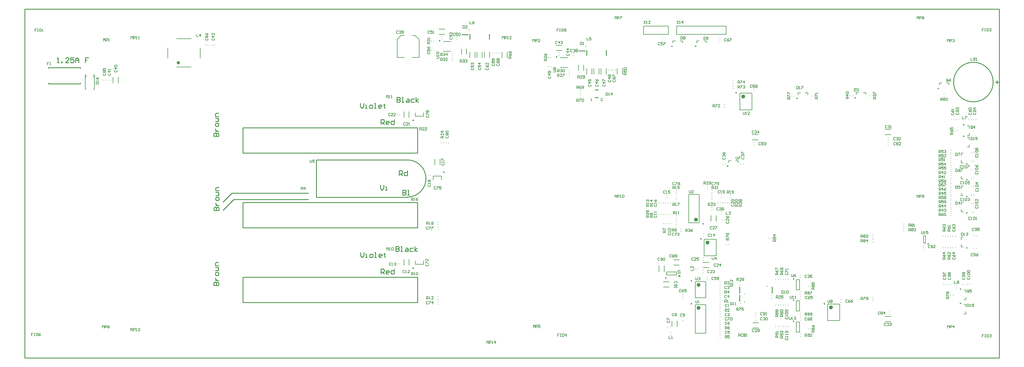
<source format=gto>
G04 Layer_Color=65535*
%FSLAX43Y43*%
%MOMM*%
G71*
G01*
G75*
%ADD34C,0.150*%
%ADD35C,0.500*%
%ADD36C,0.250*%
%ADD37C,0.200*%
%ADD42C,0.254*%
%ADD81C,0.600*%
%ADD82C,0.100*%
D34*
X52900Y99800D02*
Y99000D01*
X53433D01*
X54100D02*
Y99800D01*
X53700Y99400D01*
X54233D01*
X276000Y39000D02*
Y38333D01*
X276133Y38200D01*
X276400D01*
X276533Y38333D01*
Y39000D01*
X276800Y38200D02*
X277066D01*
X276933D01*
Y39000D01*
X276800Y38866D01*
X277999Y39000D02*
X277466D01*
Y38600D01*
X277733Y38733D01*
X277866D01*
X277999Y38600D01*
Y38333D01*
X277866Y38200D01*
X277599D01*
X277466Y38333D01*
X211600Y31050D02*
Y30383D01*
X211733Y30250D01*
X212000D01*
X212133Y30383D01*
Y31050D01*
X212800Y30250D02*
Y31050D01*
X212400Y30650D01*
X212933D01*
X173023Y98708D02*
Y97908D01*
X173556D01*
X174356Y98708D02*
X173823D01*
Y98308D01*
X174089Y98441D01*
X174223D01*
X174356Y98308D01*
Y98041D01*
X174223Y97908D01*
X173956D01*
X173823Y98041D01*
X201850Y26999D02*
X201183D01*
X201050Y26866D01*
Y26599D01*
X201183Y26466D01*
X201850D01*
X201050Y26200D02*
Y25933D01*
Y26066D01*
X201850D01*
X201717Y26200D01*
X201050Y25133D02*
X201850D01*
X201450Y25533D01*
Y25000D01*
X290633Y20333D02*
Y20866D01*
X290500Y21000D01*
X290233D01*
X290100Y20866D01*
Y20333D01*
X290233Y20200D01*
X290500D01*
X290367Y20467D02*
X290633Y20200D01*
X290500D02*
X290633Y20333D01*
X291433Y21000D02*
X290900D01*
Y20600D01*
X291166Y20733D01*
X291300D01*
X291433Y20600D01*
Y20333D01*
X291300Y20200D01*
X291033D01*
X290900Y20333D01*
X171000Y97300D02*
Y96500D01*
X171400D01*
X171533Y96633D01*
Y97166D01*
X171400Y97300D01*
X171000D01*
X171800Y96500D02*
X172066D01*
X171933D01*
Y97300D01*
X171800Y97166D01*
X21900Y84400D02*
X22700D01*
Y84800D01*
X22567Y84933D01*
X22034D01*
X21900Y84800D01*
Y84400D01*
X22700Y85200D02*
Y85466D01*
Y85333D01*
X21900D01*
X22034Y85200D01*
X21900Y86399D02*
X22034Y86133D01*
X22300Y85866D01*
X22567D01*
X22700Y85999D01*
Y86266D01*
X22567Y86399D01*
X22433D01*
X22300Y86266D01*
Y85866D01*
X243100Y7900D02*
X242300D01*
Y8300D01*
X242434Y8433D01*
X242700D01*
X242833Y8300D01*
Y7900D01*
Y8167D02*
X243100Y8433D01*
X242434Y8700D02*
X242300Y8833D01*
Y9100D01*
X242434Y9233D01*
X242567D01*
X242700Y9100D01*
X242833Y9233D01*
X242967D01*
X243100Y9100D01*
Y8833D01*
X242967Y8700D01*
X242833D01*
X242700Y8833D01*
X242567Y8700D01*
X242434D01*
X242700Y8833D02*
Y9100D01*
X242300Y10033D02*
X242434Y9766D01*
X242700Y9499D01*
X242967D01*
X243100Y9633D01*
Y9899D01*
X242967Y10033D01*
X242833D01*
X242700Y9899D01*
Y9499D01*
X111400Y33200D02*
Y34000D01*
X111667Y33733D01*
X111933Y34000D01*
Y33200D01*
X112200D02*
X112466D01*
X112333D01*
Y34000D01*
X112200Y33866D01*
X112866D02*
X112999Y34000D01*
X113266D01*
X113399Y33866D01*
Y33333D01*
X113266Y33200D01*
X112999D01*
X112866Y33333D01*
Y33866D01*
X221100Y75800D02*
Y75133D01*
X221233Y75000D01*
X221500D01*
X221633Y75133D01*
Y75800D01*
X221900Y75000D02*
X222166D01*
X222033D01*
Y75800D01*
X221900Y75666D01*
X223099Y75000D02*
X222566D01*
X223099Y75533D01*
Y75666D01*
X222966Y75800D01*
X222699D01*
X222566Y75666D01*
X7479Y91083D02*
X6946D01*
Y90683D01*
X7213D01*
X6946D01*
Y90283D01*
X7746D02*
X8013D01*
X7879D01*
Y91083D01*
X7746Y90949D01*
X119000Y25500D02*
Y26300D01*
X119400D01*
X119533Y26166D01*
Y25900D01*
X119400Y25767D01*
X119000D01*
X119267D02*
X119533Y25500D01*
X119800D02*
X120066D01*
X119933D01*
Y26300D01*
X119800Y26166D01*
X120466D02*
X120599Y26300D01*
X120866D01*
X120999Y26166D01*
Y25633D01*
X120866Y25500D01*
X120599D01*
X120466Y25633D01*
Y26166D01*
X286200Y23700D02*
Y22900D01*
X286733D01*
X287000Y23566D02*
X287133Y23700D01*
X287400D01*
X287533Y23566D01*
Y23433D01*
X287400Y23300D01*
X287533Y23167D01*
Y23033D01*
X287400Y22900D01*
X287133D01*
X287000Y23033D01*
Y23167D01*
X287133Y23300D01*
X287000Y23433D01*
Y23566D01*
X287133Y23300D02*
X287400D01*
X114933Y100666D02*
X114800Y100800D01*
X114533D01*
X114400Y100666D01*
Y100133D01*
X114533Y100000D01*
X114800D01*
X114933Y100133D01*
X115200Y100666D02*
X115333Y100800D01*
X115600D01*
X115733Y100666D01*
Y100533D01*
X115600Y100400D01*
X115466D01*
X115600D01*
X115733Y100267D01*
Y100133D01*
X115600Y100000D01*
X115333D01*
X115200Y100133D01*
X115999D02*
X116133Y100000D01*
X116399D01*
X116533Y100133D01*
Y100666D01*
X116399Y100800D01*
X116133D01*
X115999Y100666D01*
Y100533D01*
X116133Y100400D01*
X116533D01*
X200697Y103840D02*
X201230Y103040D01*
Y103840D02*
X200697Y103040D01*
X201497D02*
X201763D01*
X201630D01*
Y103840D01*
X201497Y103707D01*
X202563Y103040D02*
Y103840D01*
X202163Y103440D01*
X202696D01*
X190537Y103840D02*
X191070Y103040D01*
Y103840D02*
X190537Y103040D01*
X191337D02*
X191603D01*
X191470D01*
Y103840D01*
X191337Y103707D01*
X192536Y103040D02*
X192003D01*
X192536Y103574D01*
Y103707D01*
X192403Y103840D01*
X192136D01*
X192003Y103707D01*
X2567Y7591D02*
X2034D01*
Y7191D01*
X2301D01*
X2034D01*
Y6791D01*
X2834Y7591D02*
X3100D01*
X2967D01*
Y6791D01*
X2834D01*
X3100D01*
X3500Y7591D02*
Y6791D01*
X3900D01*
X4033Y6924D01*
Y7457D01*
X3900Y7591D01*
X3500D01*
X4833D02*
X4567Y7457D01*
X4300Y7191D01*
Y6924D01*
X4433Y6791D01*
X4700D01*
X4833Y6924D01*
Y7058D01*
X4700Y7191D01*
X4300D01*
X206500Y17700D02*
Y17033D01*
X206633Y16900D01*
X206900D01*
X207033Y17033D01*
Y17700D01*
X207300Y16900D02*
X207566D01*
X207433D01*
Y17700D01*
X207300Y17566D01*
X206500Y24800D02*
Y24133D01*
X206633Y24000D01*
X206900D01*
X207033Y24133D01*
Y24800D01*
X207300Y24666D02*
X207433Y24800D01*
X207700D01*
X207833Y24666D01*
Y24533D01*
X207700Y24400D01*
X207566D01*
X207700D01*
X207833Y24267D01*
Y24133D01*
X207700Y24000D01*
X207433D01*
X207300Y24133D01*
X123734Y74633D02*
X123600Y74500D01*
Y74233D01*
X123734Y74100D01*
X124267D01*
X124400Y74233D01*
Y74500D01*
X124267Y74633D01*
X123600Y74900D02*
Y75433D01*
X123734D01*
X124267Y74900D01*
X124400D01*
X123734Y75699D02*
X123600Y75833D01*
Y76099D01*
X123734Y76233D01*
X123867D01*
X124000Y76099D01*
X124133Y76233D01*
X124267D01*
X124400Y76099D01*
Y75833D01*
X124267Y75699D01*
X124133D01*
X124000Y75833D01*
X123867Y75699D01*
X123734D01*
X124000Y75833D02*
Y76099D01*
X200666Y22967D02*
X200800Y23100D01*
Y23367D01*
X200666Y23500D01*
X200133D01*
X200000Y23367D01*
Y23100D01*
X200133Y22967D01*
Y22700D02*
X200000Y22567D01*
Y22300D01*
X200133Y22167D01*
X200666D01*
X200800Y22300D01*
Y22567D01*
X200666Y22700D01*
X200533D01*
X200400Y22567D01*
Y22167D01*
X200000Y21901D02*
Y21634D01*
Y21767D01*
X200800D01*
X200666Y21901D01*
X292734Y62433D02*
X292600Y62300D01*
Y62033D01*
X292734Y61900D01*
X293267D01*
X293400Y62033D01*
Y62300D01*
X293267Y62433D01*
X293400Y62700D02*
Y62966D01*
Y62833D01*
X292600D01*
X292734Y62700D01*
Y63366D02*
X292600Y63499D01*
Y63766D01*
X292734Y63899D01*
X293267D01*
X293400Y63766D01*
Y63499D01*
X293267Y63366D01*
X292734D01*
Y64166D02*
X292600Y64299D01*
Y64566D01*
X292734Y64699D01*
X292867D01*
X293000Y64566D01*
X293133Y64699D01*
X293267D01*
X293400Y64566D01*
Y64299D01*
X293267Y64166D01*
X293133D01*
X293000Y64299D01*
X292867Y64166D01*
X292734D01*
X293000Y64299D02*
Y64566D01*
X291200Y92500D02*
Y91700D01*
X291733D01*
X292533Y92366D02*
X292400Y92500D01*
X292133D01*
X292000Y92366D01*
Y92233D01*
X292133Y92100D01*
X292400D01*
X292533Y91967D01*
Y91833D01*
X292400Y91700D01*
X292133D01*
X292000Y91833D01*
X292799Y91700D02*
X293066D01*
X292933D01*
Y92500D01*
X292799Y92366D01*
X178900Y81700D02*
Y80900D01*
X179300D01*
X179433Y81033D01*
Y81566D01*
X179300Y81700D01*
X178900D01*
X179700Y80900D02*
X179966D01*
X179833D01*
Y81700D01*
X179700Y81566D01*
X180766Y80900D02*
Y81700D01*
X180366Y81300D01*
X180899D01*
X174300Y79200D02*
X174567D01*
X174433D01*
Y80000D01*
X174300Y79866D01*
X177933D02*
X177800Y80000D01*
X177533D01*
X177400Y79866D01*
Y79333D01*
X177533Y79200D01*
X177800D01*
X177933Y79333D01*
X87800Y61000D02*
Y60333D01*
X87933Y60200D01*
X88200D01*
X88333Y60333D01*
Y61000D01*
X89133D02*
X88600D01*
Y60600D01*
X88866Y60733D01*
X89000D01*
X89133Y60600D01*
Y60333D01*
X89000Y60200D01*
X88733D01*
X88600Y60333D01*
X23900Y9200D02*
Y10000D01*
X24167Y9733D01*
X24433Y10000D01*
Y9200D01*
X24700D02*
Y10000D01*
X25100D01*
X25233Y9866D01*
Y9600D01*
X25100Y9467D01*
X24700D01*
X26033Y10000D02*
X25766Y9866D01*
X25499Y9600D01*
Y9333D01*
X25633Y9200D01*
X25899D01*
X26033Y9333D01*
Y9467D01*
X25899Y9600D01*
X25499D01*
X142200Y4400D02*
Y5200D01*
X142467Y4933D01*
X142733Y5200D01*
Y4400D01*
X143000D02*
Y5200D01*
X143400D01*
X143533Y5066D01*
Y4800D01*
X143400Y4667D01*
X143000D01*
X143799Y4400D02*
X144066D01*
X143933D01*
Y5200D01*
X143799Y5066D01*
X144866Y4400D02*
Y5200D01*
X144466Y4800D01*
X144999D01*
X181647Y49421D02*
Y50221D01*
X181913Y49954D01*
X182180Y50221D01*
Y49421D01*
X182447D02*
Y50221D01*
X182846D01*
X182980Y50087D01*
Y49821D01*
X182846Y49688D01*
X182447D01*
X183246Y49421D02*
X183513D01*
X183380D01*
Y50221D01*
X183246Y50087D01*
X183913D02*
X184046Y50221D01*
X184313D01*
X184446Y50087D01*
Y49554D01*
X184313Y49421D01*
X184046D01*
X183913Y49554D01*
Y50087D01*
X85100Y51800D02*
Y52600D01*
X85367Y52333D01*
X85633Y52600D01*
Y51800D01*
X86300D02*
Y52600D01*
X85900Y52200D01*
X86433D01*
X170200Y86200D02*
Y87000D01*
X170600D01*
X170733Y86866D01*
Y86600D01*
X170600Y86467D01*
X170200D01*
X170467D02*
X170733Y86200D01*
X171533D02*
X171000D01*
X171533Y86733D01*
Y86866D01*
X171400Y87000D01*
X171133D01*
X171000Y86866D01*
X171799Y86333D02*
X171933Y86200D01*
X172199D01*
X172333Y86333D01*
Y86866D01*
X172199Y87000D01*
X171933D01*
X171799Y86866D01*
Y86733D01*
X171933Y86600D01*
X172333D01*
X162700Y88100D02*
X163367D01*
X163500Y88233D01*
Y88500D01*
X163367Y88633D01*
X162700D01*
X163367Y88900D02*
X163500Y89033D01*
Y89300D01*
X163367Y89433D01*
X162834D01*
X162700Y89300D01*
Y89033D01*
X162834Y88900D01*
X162967D01*
X163100Y89033D01*
Y89433D01*
X231200Y35900D02*
X230400D01*
Y36300D01*
X230534Y36433D01*
X230800D01*
X230933Y36300D01*
Y35900D01*
Y36167D02*
X231200Y36433D01*
X231067Y36700D02*
X231200Y36833D01*
Y37100D01*
X231067Y37233D01*
X230534D01*
X230400Y37100D01*
Y36833D01*
X230534Y36700D01*
X230667D01*
X230800Y36833D01*
Y37233D01*
X231200Y37899D02*
X230400D01*
X230800Y37499D01*
Y38033D01*
X233400Y6100D02*
X232600D01*
Y6500D01*
X232734Y6633D01*
X233000D01*
X233133Y6500D01*
Y6100D01*
Y6367D02*
X233400Y6633D01*
X233267Y6900D02*
X233400Y7033D01*
Y7300D01*
X233267Y7433D01*
X232734D01*
X232600Y7300D01*
Y7033D01*
X232734Y6900D01*
X232867D01*
X233000Y7033D01*
Y7433D01*
X232734Y7699D02*
X232600Y7833D01*
Y8099D01*
X232734Y8233D01*
X232867D01*
X233000Y8099D01*
Y7966D01*
Y8099D01*
X233133Y8233D01*
X233267D01*
X233400Y8099D01*
Y7833D01*
X233267Y7699D01*
X240200Y6600D02*
Y7400D01*
X240600D01*
X240733Y7266D01*
Y7000D01*
X240600Y6867D01*
X240200D01*
X240467D02*
X240733Y6600D01*
X241000Y6733D02*
X241133Y6600D01*
X241400D01*
X241533Y6733D01*
Y7266D01*
X241400Y7400D01*
X241133D01*
X241000Y7266D01*
Y7133D01*
X241133Y7000D01*
X241533D01*
X242333Y6600D02*
X241799D01*
X242333Y7133D01*
Y7266D01*
X242199Y7400D01*
X241933D01*
X241799Y7266D01*
X231900Y6300D02*
X231100D01*
Y6700D01*
X231234Y6833D01*
X231500D01*
X231633Y6700D01*
Y6300D01*
Y6567D02*
X231900Y6833D01*
X231767Y7100D02*
X231900Y7233D01*
Y7500D01*
X231767Y7633D01*
X231234D01*
X231100Y7500D01*
Y7233D01*
X231234Y7100D01*
X231367D01*
X231500Y7233D01*
Y7633D01*
X231900Y7899D02*
Y8166D01*
Y8033D01*
X231100D01*
X231234Y7899D01*
X233400Y12700D02*
X232600D01*
Y13100D01*
X232734Y13233D01*
X233000D01*
X233133Y13100D01*
Y12700D01*
Y12967D02*
X233400Y13233D01*
X233267Y13500D02*
X233400Y13633D01*
Y13900D01*
X233267Y14033D01*
X232734D01*
X232600Y13900D01*
Y13633D01*
X232734Y13500D01*
X232867D01*
X233000Y13633D01*
Y14033D01*
X232734Y14299D02*
X232600Y14433D01*
Y14699D01*
X232734Y14833D01*
X233267D01*
X233400Y14699D01*
Y14433D01*
X233267Y14299D01*
X232734D01*
X240200Y13100D02*
Y13900D01*
X240600D01*
X240733Y13766D01*
Y13500D01*
X240600Y13367D01*
X240200D01*
X240467D02*
X240733Y13100D01*
X241000Y13766D02*
X241133Y13900D01*
X241400D01*
X241533Y13766D01*
Y13633D01*
X241400Y13500D01*
X241533Y13367D01*
Y13233D01*
X241400Y13100D01*
X241133D01*
X241000Y13233D01*
Y13367D01*
X241133Y13500D01*
X241000Y13633D01*
Y13766D01*
X241133Y13500D02*
X241400D01*
X241799Y13233D02*
X241933Y13100D01*
X242199D01*
X242333Y13233D01*
Y13766D01*
X242199Y13900D01*
X241933D01*
X241799Y13766D01*
Y13633D01*
X241933Y13500D01*
X242333D01*
X231900Y12700D02*
X231100D01*
Y13100D01*
X231234Y13233D01*
X231500D01*
X231633Y13100D01*
Y12700D01*
Y12967D02*
X231900Y13233D01*
X231234Y13500D02*
X231100Y13633D01*
Y13900D01*
X231234Y14033D01*
X231367D01*
X231500Y13900D01*
X231633Y14033D01*
X231767D01*
X231900Y13900D01*
Y13633D01*
X231767Y13500D01*
X231633D01*
X231500Y13633D01*
X231367Y13500D01*
X231234D01*
X231500Y13633D02*
Y13900D01*
X231234Y14299D02*
X231100Y14433D01*
Y14699D01*
X231234Y14833D01*
X231367D01*
X231500Y14699D01*
X231633Y14833D01*
X231767D01*
X231900Y14699D01*
Y14433D01*
X231767Y14299D01*
X231633D01*
X231500Y14433D01*
X231367Y14299D01*
X231234D01*
X231500Y14433D02*
Y14699D01*
X240200Y19600D02*
Y20400D01*
X240600D01*
X240733Y20266D01*
Y20000D01*
X240600Y19867D01*
X240200D01*
X240467D02*
X240733Y19600D01*
X241000Y20266D02*
X241133Y20400D01*
X241400D01*
X241533Y20266D01*
Y20133D01*
X241400Y20000D01*
X241533Y19867D01*
Y19733D01*
X241400Y19600D01*
X241133D01*
X241000Y19733D01*
Y19867D01*
X241133Y20000D01*
X241000Y20133D01*
Y20266D01*
X241133Y20000D02*
X241400D01*
X241799Y20400D02*
X242333D01*
Y20266D01*
X241799Y19733D01*
Y19600D01*
X234234Y6133D02*
X234100Y6000D01*
Y5733D01*
X234234Y5600D01*
X234767D01*
X234900Y5733D01*
Y6000D01*
X234767Y6133D01*
X234900Y6400D02*
Y6666D01*
Y6533D01*
X234100D01*
X234234Y6400D01*
X234900Y7066D02*
Y7333D01*
Y7199D01*
X234100D01*
X234234Y7066D01*
Y7733D02*
X234100Y7866D01*
Y8133D01*
X234234Y8266D01*
X234767D01*
X234900Y8133D01*
Y7866D01*
X234767Y7733D01*
X234234D01*
Y12533D02*
X234100Y12400D01*
Y12133D01*
X234234Y12000D01*
X234767D01*
X234900Y12133D01*
Y12400D01*
X234767Y12533D01*
X234900Y12800D02*
Y13066D01*
Y12933D01*
X234100D01*
X234234Y12800D01*
Y13466D02*
X234100Y13599D01*
Y13866D01*
X234234Y13999D01*
X234767D01*
X234900Y13866D01*
Y13599D01*
X234767Y13466D01*
X234234D01*
X234767Y14266D02*
X234900Y14399D01*
Y14666D01*
X234767Y14799D01*
X234234D01*
X234100Y14666D01*
Y14399D01*
X234234Y14266D01*
X234367D01*
X234500Y14399D01*
Y14799D01*
X257400Y35700D02*
Y36500D01*
X257800D01*
X257933Y36366D01*
Y36100D01*
X257800Y35967D01*
X257400D01*
X257667D02*
X257933Y35700D01*
X258200Y36366D02*
X258333Y36500D01*
X258600D01*
X258733Y36366D01*
Y36233D01*
X258600Y36100D01*
X258733Y35967D01*
Y35833D01*
X258600Y35700D01*
X258333D01*
X258200Y35833D01*
Y35967D01*
X258333Y36100D01*
X258200Y36233D01*
Y36366D01*
X258333Y36100D02*
X258600D01*
X259399Y35700D02*
Y36500D01*
X258999Y36100D01*
X259533D01*
X272100Y39100D02*
Y39900D01*
X272500D01*
X272633Y39766D01*
Y39500D01*
X272500Y39367D01*
X272100D01*
X272367D02*
X272633Y39100D01*
X272900Y39766D02*
X273033Y39900D01*
X273300D01*
X273433Y39766D01*
Y39633D01*
X273300Y39500D01*
X273433Y39367D01*
Y39233D01*
X273300Y39100D01*
X273033D01*
X272900Y39233D01*
Y39367D01*
X273033Y39500D01*
X272900Y39633D01*
Y39766D01*
X273033Y39500D02*
X273300D01*
X273699Y39766D02*
X273833Y39900D01*
X274099D01*
X274233Y39766D01*
Y39633D01*
X274099Y39500D01*
X273966D01*
X274099D01*
X274233Y39367D01*
Y39233D01*
X274099Y39100D01*
X273833D01*
X273699Y39233D01*
X257400Y37100D02*
Y37900D01*
X257800D01*
X257933Y37766D01*
Y37500D01*
X257800Y37367D01*
X257400D01*
X257667D02*
X257933Y37100D01*
X258200Y37766D02*
X258333Y37900D01*
X258600D01*
X258733Y37766D01*
Y37633D01*
X258600Y37500D01*
X258733Y37367D01*
Y37233D01*
X258600Y37100D01*
X258333D01*
X258200Y37233D01*
Y37367D01*
X258333Y37500D01*
X258200Y37633D01*
Y37766D01*
X258333Y37500D02*
X258600D01*
X259533Y37100D02*
X258999D01*
X259533Y37633D01*
Y37766D01*
X259399Y37900D01*
X259133D01*
X258999Y37766D01*
X272100Y40500D02*
Y41300D01*
X272500D01*
X272633Y41166D01*
Y40900D01*
X272500Y40767D01*
X272100D01*
X272367D02*
X272633Y40500D01*
X272900Y41166D02*
X273033Y41300D01*
X273300D01*
X273433Y41166D01*
Y41033D01*
X273300Y40900D01*
X273433Y40767D01*
Y40633D01*
X273300Y40500D01*
X273033D01*
X272900Y40633D01*
Y40767D01*
X273033Y40900D01*
X272900Y41033D01*
Y41166D01*
X273033Y40900D02*
X273300D01*
X273699Y40500D02*
X273966D01*
X273833D01*
Y41300D01*
X273699Y41166D01*
X219500Y84600D02*
Y85400D01*
X219900D01*
X220033Y85266D01*
Y85000D01*
X219900Y84867D01*
X219500D01*
X219767D02*
X220033Y84600D01*
X220300Y85400D02*
X220833D01*
Y85266D01*
X220300Y84733D01*
Y84600D01*
X221499D02*
Y85400D01*
X221099Y85000D01*
X221633D01*
X219500Y83100D02*
Y83900D01*
X219900D01*
X220033Y83766D01*
Y83500D01*
X219900Y83367D01*
X219500D01*
X219767D02*
X220033Y83100D01*
X220300Y83900D02*
X220833D01*
Y83766D01*
X220300Y83233D01*
Y83100D01*
X221099Y83766D02*
X221233Y83900D01*
X221499D01*
X221633Y83766D01*
Y83633D01*
X221499Y83500D01*
X221366D01*
X221499D01*
X221633Y83367D01*
Y83233D01*
X221499Y83100D01*
X221233D01*
X221099Y83233D01*
X211800Y77300D02*
Y78100D01*
X212200D01*
X212333Y77966D01*
Y77700D01*
X212200Y77567D01*
X211800D01*
X212067D02*
X212333Y77300D01*
X212600Y78100D02*
X213133D01*
Y77966D01*
X212600Y77433D01*
Y77300D01*
X213933D02*
X213399D01*
X213933Y77833D01*
Y77966D01*
X213799Y78100D01*
X213533D01*
X213399Y77966D01*
X169900Y79000D02*
Y79800D01*
X170300D01*
X170433Y79666D01*
Y79400D01*
X170300Y79267D01*
X169900D01*
X170167D02*
X170433Y79000D01*
X170700Y79800D02*
X171233D01*
Y79666D01*
X170700Y79133D01*
Y79000D01*
X171499Y79666D02*
X171633Y79800D01*
X171899D01*
X172033Y79666D01*
Y79133D01*
X171899Y79000D01*
X171633D01*
X171499Y79133D01*
Y79666D01*
X169900Y83000D02*
Y83800D01*
X170300D01*
X170433Y83666D01*
Y83400D01*
X170300Y83267D01*
X169900D01*
X170167D02*
X170433Y83000D01*
X171233Y83800D02*
X170966Y83666D01*
X170700Y83400D01*
Y83133D01*
X170833Y83000D01*
X171100D01*
X171233Y83133D01*
Y83267D01*
X171100Y83400D01*
X170700D01*
X171499Y83133D02*
X171633Y83000D01*
X171899D01*
X172033Y83133D01*
Y83666D01*
X171899Y83800D01*
X171633D01*
X171499Y83666D01*
Y83533D01*
X171633Y83400D01*
X172033D01*
X233400Y25600D02*
X232600D01*
Y26000D01*
X232734Y26133D01*
X233000D01*
X233133Y26000D01*
Y25600D01*
Y25867D02*
X233400Y26133D01*
X232600Y26933D02*
X232734Y26666D01*
X233000Y26400D01*
X233267D01*
X233400Y26533D01*
Y26800D01*
X233267Y26933D01*
X233133D01*
X233000Y26800D01*
Y26400D01*
X232734Y27199D02*
X232600Y27333D01*
Y27599D01*
X232734Y27733D01*
X232867D01*
X233000Y27599D01*
X233133Y27733D01*
X233267D01*
X233400Y27599D01*
Y27333D01*
X233267Y27199D01*
X233133D01*
X233000Y27333D01*
X232867Y27199D01*
X232734D01*
X233000Y27333D02*
Y27599D01*
X231900Y25600D02*
X231100D01*
Y26000D01*
X231234Y26133D01*
X231500D01*
X231633Y26000D01*
Y25600D01*
Y25867D02*
X231900Y26133D01*
X231100Y26933D02*
X231234Y26666D01*
X231500Y26400D01*
X231767D01*
X231900Y26533D01*
Y26800D01*
X231767Y26933D01*
X231633D01*
X231500Y26800D01*
Y26400D01*
X231100Y27199D02*
Y27733D01*
X231234D01*
X231767Y27199D01*
X231900D01*
X149800Y92300D02*
X149000D01*
Y92700D01*
X149134Y92833D01*
X149400D01*
X149533Y92700D01*
Y92300D01*
Y92567D02*
X149800Y92833D01*
X149000Y93633D02*
X149134Y93366D01*
X149400Y93100D01*
X149667D01*
X149800Y93233D01*
Y93500D01*
X149667Y93633D01*
X149533D01*
X149400Y93500D01*
Y93100D01*
X149000Y94433D02*
X149134Y94166D01*
X149400Y93899D01*
X149667D01*
X149800Y94033D01*
Y94299D01*
X149667Y94433D01*
X149533D01*
X149400Y94299D01*
Y93899D01*
X253233Y17766D02*
X253100Y17900D01*
X252833D01*
X252700Y17766D01*
Y17233D01*
X252833Y17100D01*
X253100D01*
X253233Y17233D01*
X254033Y17900D02*
X253766Y17766D01*
X253500Y17500D01*
Y17233D01*
X253633Y17100D01*
X253900D01*
X254033Y17233D01*
Y17367D01*
X253900Y17500D01*
X253500D01*
X254833Y17900D02*
X254566Y17766D01*
X254299Y17500D01*
Y17233D01*
X254433Y17100D01*
X254699D01*
X254833Y17233D01*
Y17367D01*
X254699Y17500D01*
X254299D01*
X240833Y18866D02*
X240700Y19000D01*
X240433D01*
X240300Y18866D01*
Y18333D01*
X240433Y18200D01*
X240700D01*
X240833Y18333D01*
X241633Y19000D02*
X241366Y18866D01*
X241100Y18600D01*
Y18333D01*
X241233Y18200D01*
X241500D01*
X241633Y18333D01*
Y18467D01*
X241500Y18600D01*
X241100D01*
X242433Y19000D02*
X241899D01*
Y18600D01*
X242166Y18733D01*
X242299D01*
X242433Y18600D01*
Y18333D01*
X242299Y18200D01*
X242033D01*
X241899Y18333D01*
X285734Y30933D02*
X285600Y30800D01*
Y30533D01*
X285734Y30400D01*
X286267D01*
X286400Y30533D01*
Y30800D01*
X286267Y30933D01*
X285600Y31733D02*
X285734Y31466D01*
X286000Y31200D01*
X286267D01*
X286400Y31333D01*
Y31600D01*
X286267Y31733D01*
X286133D01*
X286000Y31600D01*
Y31200D01*
X286400Y32399D02*
X285600D01*
X286000Y31999D01*
Y32533D01*
X285734Y39533D02*
X285600Y39400D01*
Y39133D01*
X285734Y39000D01*
X286267D01*
X286400Y39133D01*
Y39400D01*
X286267Y39533D01*
X285600Y40333D02*
X285734Y40066D01*
X286000Y39800D01*
X286267D01*
X286400Y39933D01*
Y40200D01*
X286267Y40333D01*
X286133D01*
X286000Y40200D01*
Y39800D01*
X285734Y40599D02*
X285600Y40733D01*
Y40999D01*
X285734Y41133D01*
X285867D01*
X286000Y40999D01*
Y40866D01*
Y40999D01*
X286133Y41133D01*
X286267D01*
X286400Y40999D01*
Y40733D01*
X286267Y40599D01*
X142034Y89333D02*
X141900Y89200D01*
Y88933D01*
X142034Y88800D01*
X142567D01*
X142700Y88933D01*
Y89200D01*
X142567Y89333D01*
X141900Y90133D02*
X142034Y89866D01*
X142300Y89600D01*
X142567D01*
X142700Y89733D01*
Y90000D01*
X142567Y90133D01*
X142433D01*
X142300Y90000D01*
Y89600D01*
X142700Y90933D02*
Y90399D01*
X142167Y90933D01*
X142034D01*
X141900Y90799D01*
Y90533D01*
X142034Y90399D01*
X209000Y53500D02*
Y54300D01*
X209400D01*
X209533Y54166D01*
Y53900D01*
X209400Y53767D01*
X209000D01*
X209267D02*
X209533Y53500D01*
X209800Y54166D02*
X209933Y54300D01*
X210200D01*
X210333Y54166D01*
Y54033D01*
X210200Y53900D01*
X210066D01*
X210200D01*
X210333Y53767D01*
Y53633D01*
X210200Y53500D01*
X209933D01*
X209800Y53633D01*
X210599D02*
X210733Y53500D01*
X210999D01*
X211133Y53633D01*
Y54166D01*
X210999Y54300D01*
X210733D01*
X210599Y54166D01*
Y54033D01*
X210733Y53900D01*
X211133D01*
X220700Y46700D02*
X219900D01*
Y47100D01*
X220034Y47233D01*
X220300D01*
X220433Y47100D01*
Y46700D01*
Y46967D02*
X220700Y47233D01*
X220034Y47500D02*
X219900Y47633D01*
Y47900D01*
X220034Y48033D01*
X220167D01*
X220300Y47900D01*
Y47766D01*
Y47900D01*
X220433Y48033D01*
X220567D01*
X220700Y47900D01*
Y47633D01*
X220567Y47500D01*
X220034Y48299D02*
X219900Y48433D01*
Y48699D01*
X220034Y48833D01*
X220167D01*
X220300Y48699D01*
X220433Y48833D01*
X220567D01*
X220700Y48699D01*
Y48433D01*
X220567Y48299D01*
X220433D01*
X220300Y48433D01*
X220167Y48299D01*
X220034D01*
X220300Y48433D02*
Y48699D01*
X203400Y38900D02*
Y39700D01*
X203800D01*
X203933Y39566D01*
Y39300D01*
X203800Y39167D01*
X203400D01*
X203667D02*
X203933Y38900D01*
X204200Y39566D02*
X204333Y39700D01*
X204600D01*
X204733Y39566D01*
Y39433D01*
X204600Y39300D01*
X204466D01*
X204600D01*
X204733Y39167D01*
Y39033D01*
X204600Y38900D01*
X204333D01*
X204200Y39033D01*
X205533Y39700D02*
X205266Y39566D01*
X204999Y39300D01*
Y39033D01*
X205133Y38900D01*
X205399D01*
X205533Y39033D01*
Y39167D01*
X205399Y39300D01*
X204999D01*
X192100Y43300D02*
X191300D01*
Y43700D01*
X191434Y43833D01*
X191700D01*
X191833Y43700D01*
Y43300D01*
Y43567D02*
X192100Y43833D01*
X191434Y44100D02*
X191300Y44233D01*
Y44500D01*
X191434Y44633D01*
X191567D01*
X191700Y44500D01*
Y44366D01*
Y44500D01*
X191833Y44633D01*
X191967D01*
X192100Y44500D01*
Y44233D01*
X191967Y44100D01*
X191300Y45433D02*
Y44899D01*
X191700D01*
X191567Y45166D01*
Y45299D01*
X191700Y45433D01*
X191967D01*
X192100Y45299D01*
Y45033D01*
X191967Y44899D01*
X217143Y22054D02*
X217943D01*
Y22454D01*
X217810Y22587D01*
X217277D01*
X217143Y22454D01*
Y22054D01*
X217943Y22854D02*
Y23120D01*
Y22987D01*
X217143D01*
X217277Y22854D01*
X217943Y24053D02*
Y23520D01*
X217410Y24053D01*
X217277D01*
X217143Y23920D01*
Y23653D01*
X217277Y23520D01*
X217200Y17100D02*
Y16300D01*
X217600D01*
X217733Y16433D01*
Y16966D01*
X217600Y17100D01*
X217200D01*
X218000Y16300D02*
X218266D01*
X218133D01*
Y17100D01*
X218000Y16966D01*
X218666Y16300D02*
X218933D01*
X218799D01*
Y17100D01*
X218666Y16966D01*
X233000Y20700D02*
Y19900D01*
X233400D01*
X233533Y20033D01*
Y20566D01*
X233400Y20700D01*
X233000D01*
X233800Y19900D02*
X234066D01*
X233933D01*
Y20700D01*
X233800Y20566D01*
X234466D02*
X234599Y20700D01*
X234866D01*
X234999Y20566D01*
Y20033D01*
X234866Y19900D01*
X234599D01*
X234466Y20033D01*
Y20566D01*
X212033Y24766D02*
X211900Y24900D01*
X211633D01*
X211500Y24766D01*
Y24233D01*
X211633Y24100D01*
X211900D01*
X212033Y24233D01*
X212833Y24900D02*
X212300D01*
Y24500D01*
X212566Y24633D01*
X212700D01*
X212833Y24500D01*
Y24233D01*
X212700Y24100D01*
X212433D01*
X212300Y24233D01*
X213099D02*
X213233Y24100D01*
X213499D01*
X213633Y24233D01*
Y24766D01*
X213499Y24900D01*
X213233D01*
X213099Y24766D01*
Y24633D01*
X213233Y24500D01*
X213633D01*
X111300Y80100D02*
Y80900D01*
X111567Y80633D01*
X111833Y80900D01*
Y80100D01*
X112100D02*
X112366D01*
X112233D01*
Y80900D01*
X112100Y80766D01*
X112766Y80100D02*
X113033D01*
X112899D01*
Y80900D01*
X112766Y80766D01*
X126700Y92300D02*
X127367D01*
X127500Y92433D01*
Y92700D01*
X127367Y92833D01*
X126700D01*
X127500Y93100D02*
Y93366D01*
Y93233D01*
X126700D01*
X126834Y93100D01*
Y93766D02*
X126700Y93899D01*
Y94166D01*
X126834Y94299D01*
X127367D01*
X127500Y94166D01*
Y93899D01*
X127367Y93766D01*
X126834D01*
X247200Y17800D02*
Y17133D01*
X247333Y17000D01*
X247600D01*
X247733Y17133D01*
Y17800D01*
X248000Y17666D02*
X248133Y17800D01*
X248400D01*
X248533Y17666D01*
Y17533D01*
X248400Y17400D01*
X248533Y17267D01*
Y17133D01*
X248400Y17000D01*
X248133D01*
X248000Y17133D01*
Y17267D01*
X248133Y17400D01*
X248000Y17533D01*
Y17666D01*
X248133Y17400D02*
X248400D01*
X218900Y62000D02*
Y61333D01*
X219033Y61200D01*
X219300D01*
X219433Y61333D01*
Y62000D01*
X219700D02*
X220233D01*
Y61866D01*
X219700Y61333D01*
Y61200D01*
X204500Y51600D02*
Y50933D01*
X204633Y50800D01*
X204900D01*
X205033Y50933D01*
Y51600D01*
X205833Y50800D02*
X205300D01*
X205833Y51333D01*
Y51466D01*
X205700Y51600D01*
X205433D01*
X205300Y51466D01*
X185200Y87300D02*
X184400D01*
Y87700D01*
X184534Y87833D01*
X184800D01*
X184933Y87700D01*
Y87300D01*
Y87567D02*
X185200Y87833D01*
X184400Y88633D02*
Y88100D01*
X184800D01*
X184667Y88366D01*
Y88500D01*
X184800Y88633D01*
X185067D01*
X185200Y88500D01*
Y88233D01*
X185067Y88100D01*
X184534Y88899D02*
X184400Y89033D01*
Y89299D01*
X184534Y89433D01*
X185067D01*
X185200Y89299D01*
Y89033D01*
X185067Y88899D01*
X184534D01*
X281400Y51600D02*
Y52400D01*
X281800D01*
X281933Y52266D01*
Y52000D01*
X281800Y51867D01*
X281400D01*
X281667D02*
X281933Y51600D01*
X282600D02*
Y52400D01*
X282200Y52000D01*
X282733D01*
X283533Y52400D02*
X283266Y52266D01*
X282999Y52000D01*
Y51733D01*
X283133Y51600D01*
X283399D01*
X283533Y51733D01*
Y51867D01*
X283399Y52000D01*
X282999D01*
X281400Y50300D02*
Y51100D01*
X281800D01*
X281933Y50966D01*
Y50700D01*
X281800Y50567D01*
X281400D01*
X281667D02*
X281933Y50300D01*
X282600D02*
Y51100D01*
X282200Y50700D01*
X282733D01*
X283533Y51100D02*
X282999D01*
Y50700D01*
X283266Y50833D01*
X283399D01*
X283533Y50700D01*
Y50433D01*
X283399Y50300D01*
X283133D01*
X282999Y50433D01*
X281400Y46400D02*
Y47200D01*
X281800D01*
X281933Y47066D01*
Y46800D01*
X281800Y46667D01*
X281400D01*
X281667D02*
X281933Y46400D01*
X282600D02*
Y47200D01*
X282200Y46800D01*
X282733D01*
X283399Y46400D02*
Y47200D01*
X282999Y46800D01*
X283533D01*
X281400Y45100D02*
Y45900D01*
X281800D01*
X281933Y45766D01*
Y45500D01*
X281800Y45367D01*
X281400D01*
X281667D02*
X281933Y45100D01*
X282600D02*
Y45900D01*
X282200Y45500D01*
X282733D01*
X282999Y45766D02*
X283133Y45900D01*
X283399D01*
X283533Y45766D01*
Y45633D01*
X283399Y45500D01*
X283266D01*
X283399D01*
X283533Y45367D01*
Y45233D01*
X283399Y45100D01*
X283133D01*
X282999Y45233D01*
X253600Y79900D02*
X252800D01*
Y80300D01*
X252934Y80433D01*
X253200D01*
X253333Y80300D01*
Y79900D01*
Y80167D02*
X253600Y80433D01*
Y81100D02*
X252800D01*
X253200Y80700D01*
Y81233D01*
X252934Y81499D02*
X252800Y81633D01*
Y81899D01*
X252934Y82033D01*
X253467D01*
X253600Y81899D01*
Y81633D01*
X253467Y81499D01*
X252934D01*
X262000Y79800D02*
X261200D01*
Y80200D01*
X261334Y80333D01*
X261600D01*
X261733Y80200D01*
Y79800D01*
Y80067D02*
X262000Y80333D01*
X261334Y80600D02*
X261200Y80733D01*
Y81000D01*
X261334Y81133D01*
X261467D01*
X261600Y81000D01*
Y80866D01*
Y81000D01*
X261733Y81133D01*
X261867D01*
X262000Y81000D01*
Y80733D01*
X261867Y80600D01*
X261200Y81399D02*
Y81933D01*
X261334D01*
X261867Y81399D01*
X262000D01*
X128000Y93100D02*
Y93900D01*
X128400D01*
X128533Y93766D01*
Y93500D01*
X128400Y93367D01*
X128000D01*
X128267D02*
X128533Y93100D01*
X128800Y93766D02*
X128933Y93900D01*
X129200D01*
X129333Y93766D01*
Y93633D01*
X129200Y93500D01*
X129066D01*
X129200D01*
X129333Y93367D01*
Y93233D01*
X129200Y93100D01*
X128933D01*
X128800Y93233D01*
X129999Y93100D02*
Y93900D01*
X129599Y93500D01*
X130133D01*
X134000Y91100D02*
Y91900D01*
X134400D01*
X134533Y91766D01*
Y91500D01*
X134400Y91367D01*
X134000D01*
X134267D02*
X134533Y91100D01*
X134800Y91766D02*
X134933Y91900D01*
X135200D01*
X135333Y91766D01*
Y91633D01*
X135200Y91500D01*
X135066D01*
X135200D01*
X135333Y91367D01*
Y91233D01*
X135200Y91100D01*
X134933D01*
X134800Y91233D01*
X135600Y91766D02*
X135733Y91900D01*
X135999D01*
X136133Y91766D01*
Y91633D01*
X135999Y91500D01*
X135866D01*
X135999D01*
X136133Y91367D01*
Y91233D01*
X135999Y91100D01*
X135733D01*
X135600Y91233D01*
X128000Y91600D02*
Y92400D01*
X128400D01*
X128533Y92266D01*
Y92000D01*
X128400Y91867D01*
X128000D01*
X128267D02*
X128533Y91600D01*
X128800Y92266D02*
X128933Y92400D01*
X129200D01*
X129333Y92266D01*
Y92133D01*
X129200Y92000D01*
X129066D01*
X129200D01*
X129333Y91867D01*
Y91733D01*
X129200Y91600D01*
X128933D01*
X128800Y91733D01*
X130133Y91600D02*
X129599D01*
X130133Y92133D01*
Y92266D01*
X129999Y92400D01*
X129733D01*
X129599Y92266D01*
X124700Y96800D02*
X123900D01*
Y97200D01*
X124034Y97333D01*
X124300D01*
X124433Y97200D01*
Y96800D01*
Y97067D02*
X124700Y97333D01*
X124034Y97600D02*
X123900Y97733D01*
Y98000D01*
X124034Y98133D01*
X124167D01*
X124300Y98000D01*
Y97866D01*
Y98000D01*
X124433Y98133D01*
X124567D01*
X124700Y98000D01*
Y97733D01*
X124567Y97600D01*
X124700Y98399D02*
Y98666D01*
Y98533D01*
X123900D01*
X124034Y98399D01*
X164000Y88100D02*
Y88900D01*
X164400D01*
X164533Y88766D01*
Y88500D01*
X164400Y88367D01*
X164000D01*
X164267D02*
X164533Y88100D01*
X164800Y88766D02*
X164933Y88900D01*
X165200D01*
X165333Y88766D01*
Y88633D01*
X165200Y88500D01*
X165066D01*
X165200D01*
X165333Y88367D01*
Y88233D01*
X165200Y88100D01*
X164933D01*
X164800Y88233D01*
X165599Y88766D02*
X165733Y88900D01*
X165999D01*
X166133Y88766D01*
Y88233D01*
X165999Y88100D01*
X165733D01*
X165599Y88233D01*
Y88766D01*
X164000Y86700D02*
Y87500D01*
X164400D01*
X164533Y87366D01*
Y87100D01*
X164400Y86967D01*
X164000D01*
X164267D02*
X164533Y86700D01*
X165333D02*
X164800D01*
X165333Y87233D01*
Y87366D01*
X165200Y87500D01*
X164933D01*
X164800Y87366D01*
X165599Y87500D02*
X166133D01*
Y87366D01*
X165599Y86833D01*
Y86700D01*
X160700Y91600D02*
X159900D01*
Y92000D01*
X160034Y92133D01*
X160300D01*
X160433Y92000D01*
Y91600D01*
Y91867D02*
X160700Y92133D01*
Y92933D02*
Y92400D01*
X160167Y92933D01*
X160034D01*
X159900Y92800D01*
Y92533D01*
X160034Y92400D01*
X159900Y93733D02*
X160034Y93466D01*
X160300Y93199D01*
X160567D01*
X160700Y93333D01*
Y93599D01*
X160567Y93733D01*
X160433D01*
X160300Y93599D01*
Y93199D01*
X128900Y67800D02*
X128100D01*
Y68200D01*
X128234Y68333D01*
X128500D01*
X128633Y68200D01*
Y67800D01*
Y68067D02*
X128900Y68333D01*
Y69133D02*
Y68600D01*
X128367Y69133D01*
X128234D01*
X128100Y69000D01*
Y68733D01*
X128234Y68600D01*
X128900Y69799D02*
X128100D01*
X128500Y69399D01*
Y69933D01*
X210400Y46900D02*
Y47700D01*
X210800D01*
X210933Y47566D01*
Y47300D01*
X210800Y47167D01*
X210400D01*
X210667D02*
X210933Y46900D01*
X211733D02*
X211200D01*
X211733Y47433D01*
Y47566D01*
X211600Y47700D01*
X211333D01*
X211200Y47566D01*
X211999D02*
X212133Y47700D01*
X212399D01*
X212533Y47566D01*
Y47433D01*
X212399Y47300D01*
X212266D01*
X212399D01*
X212533Y47167D01*
Y47033D01*
X212399Y46900D01*
X212133D01*
X211999Y47033D01*
X121600Y70200D02*
Y71000D01*
X122000D01*
X122133Y70866D01*
Y70600D01*
X122000Y70467D01*
X121600D01*
X121867D02*
X122133Y70200D01*
X122933D02*
X122400D01*
X122933Y70733D01*
Y70866D01*
X122800Y71000D01*
X122533D01*
X122400Y70866D01*
X123733Y70200D02*
X123199D01*
X123733Y70733D01*
Y70866D01*
X123599Y71000D01*
X123333D01*
X123199Y70866D01*
X211500Y52100D02*
Y52900D01*
X211900D01*
X212033Y52766D01*
Y52500D01*
X211900Y52367D01*
X211500D01*
X211767D02*
X212033Y52100D01*
X212833D02*
X212300D01*
X212833Y52633D01*
Y52766D01*
X212700Y52900D01*
X212433D01*
X212300Y52766D01*
X213099Y52100D02*
X213366D01*
X213233D01*
Y52900D01*
X213099Y52766D01*
X219500Y46700D02*
X218700D01*
Y47100D01*
X218834Y47233D01*
X219100D01*
X219233Y47100D01*
Y46700D01*
Y46967D02*
X219500Y47233D01*
Y48033D02*
Y47500D01*
X218967Y48033D01*
X218834D01*
X218700Y47900D01*
Y47633D01*
X218834Y47500D01*
Y48299D02*
X218700Y48433D01*
Y48699D01*
X218834Y48833D01*
X219367D01*
X219500Y48699D01*
Y48433D01*
X219367Y48299D01*
X218834D01*
X216200Y50700D02*
Y51500D01*
X216600D01*
X216733Y51366D01*
Y51100D01*
X216600Y50967D01*
X216200D01*
X216467D02*
X216733Y50700D01*
X217000D02*
X217266D01*
X217133D01*
Y51500D01*
X217000Y51366D01*
X217666Y50833D02*
X217799Y50700D01*
X218066D01*
X218199Y50833D01*
Y51366D01*
X218066Y51500D01*
X217799D01*
X217666Y51366D01*
Y51233D01*
X217799Y51100D01*
X218199D01*
X123700Y41100D02*
Y41900D01*
X124100D01*
X124233Y41766D01*
Y41500D01*
X124100Y41367D01*
X123700D01*
X123967D02*
X124233Y41100D01*
X124500D02*
X124766D01*
X124633D01*
Y41900D01*
X124500Y41766D01*
X125166D02*
X125299Y41900D01*
X125566D01*
X125699Y41766D01*
Y41633D01*
X125566Y41500D01*
X125699Y41367D01*
Y41233D01*
X125566Y41100D01*
X125299D01*
X125166Y41233D01*
Y41367D01*
X125299Y41500D01*
X125166Y41633D01*
Y41766D01*
X125299Y41500D02*
X125566D01*
X199500Y46900D02*
Y47700D01*
X199900D01*
X200033Y47566D01*
Y47300D01*
X199900Y47167D01*
X199500D01*
X199767D02*
X200033Y46900D01*
X200300D02*
X200566D01*
X200433D01*
Y47700D01*
X200300Y47566D01*
X200966Y47700D02*
X201499D01*
Y47566D01*
X200966Y47033D01*
Y46900D01*
X119000Y48500D02*
Y49300D01*
X119400D01*
X119533Y49166D01*
Y48900D01*
X119400Y48767D01*
X119000D01*
X119267D02*
X119533Y48500D01*
X119800D02*
X120066D01*
X119933D01*
Y49300D01*
X119800Y49166D01*
X120999Y49300D02*
X120733Y49166D01*
X120466Y48900D01*
Y48633D01*
X120599Y48500D01*
X120866D01*
X120999Y48633D01*
Y48767D01*
X120866Y48900D01*
X120466D01*
X199500Y52100D02*
Y52900D01*
X199900D01*
X200033Y52766D01*
Y52500D01*
X199900Y52367D01*
X199500D01*
X199767D02*
X200033Y52100D01*
X200300D02*
X200566D01*
X200433D01*
Y52900D01*
X200300Y52766D01*
X201499Y52900D02*
X200966D01*
Y52500D01*
X201233Y52633D01*
X201366D01*
X201499Y52500D01*
Y52233D01*
X201366Y52100D01*
X201099D01*
X200966Y52233D01*
X193300Y46700D02*
X192500D01*
Y47100D01*
X192634Y47233D01*
X192900D01*
X193033Y47100D01*
Y46700D01*
Y46967D02*
X193300Y47233D01*
Y47500D02*
Y47766D01*
Y47633D01*
X192500D01*
X192634Y47500D01*
X193300Y48566D02*
X192500D01*
X192900Y48166D01*
Y48699D01*
X192100Y46700D02*
X191300D01*
Y47100D01*
X191434Y47233D01*
X191700D01*
X191833Y47100D01*
Y46700D01*
Y46967D02*
X192100Y47233D01*
Y47500D02*
Y47766D01*
Y47633D01*
X191300D01*
X191434Y47500D01*
Y48166D02*
X191300Y48299D01*
Y48566D01*
X191434Y48699D01*
X191567D01*
X191700Y48566D01*
Y48433D01*
Y48566D01*
X191833Y48699D01*
X191967D01*
X192100Y48566D01*
Y48299D01*
X191967Y48166D01*
X123700Y18100D02*
Y18900D01*
X124100D01*
X124233Y18766D01*
Y18500D01*
X124100Y18367D01*
X123700D01*
X123967D02*
X124233Y18100D01*
X124500D02*
X124766D01*
X124633D01*
Y18900D01*
X124500Y18766D01*
X125699Y18100D02*
X125166D01*
X125699Y18633D01*
Y18766D01*
X125566Y18900D01*
X125299D01*
X125166Y18766D01*
X199600Y44300D02*
Y45100D01*
X200000D01*
X200133Y44966D01*
Y44700D01*
X200000Y44567D01*
X199600D01*
X199867D02*
X200133Y44300D01*
X200400D02*
X200666D01*
X200533D01*
Y45100D01*
X200400Y44966D01*
X201066Y44300D02*
X201333D01*
X201199D01*
Y45100D01*
X201066Y44966D01*
X199200Y39000D02*
Y39800D01*
X199600D01*
X199733Y39666D01*
Y39400D01*
X199600Y39267D01*
X199200D01*
X199467D02*
X199733Y39000D01*
X200000Y39133D02*
X200133Y39000D01*
X200400D01*
X200533Y39133D01*
Y39666D01*
X200400Y39800D01*
X200133D01*
X200000Y39666D01*
Y39533D01*
X200133Y39400D01*
X200533D01*
X193300Y43300D02*
X192500D01*
Y43700D01*
X192634Y43833D01*
X192900D01*
X193033Y43700D01*
Y43300D01*
Y43567D02*
X193300Y43833D01*
X192634Y44100D02*
X192500Y44233D01*
Y44500D01*
X192634Y44633D01*
X192767D01*
X192900Y44500D01*
X193033Y44633D01*
X193167D01*
X193300Y44500D01*
Y44233D01*
X193167Y44100D01*
X193033D01*
X192900Y44233D01*
X192767Y44100D01*
X192634D01*
X192900Y44233D02*
Y44500D01*
X197300Y38600D02*
X196500D01*
Y39000D01*
X196634Y39133D01*
X196900D01*
X197033Y39000D01*
Y38600D01*
Y38867D02*
X197300Y39133D01*
X196500Y39400D02*
Y39933D01*
X196634D01*
X197167Y39400D01*
X197300D01*
X215600Y8900D02*
Y9700D01*
X216000D01*
X216133Y9566D01*
Y9300D01*
X216000Y9167D01*
X215600D01*
X215867D02*
X216133Y8900D01*
X216933Y9700D02*
X216666Y9566D01*
X216400Y9300D01*
Y9033D01*
X216533Y8900D01*
X216800D01*
X216933Y9033D01*
Y9167D01*
X216800Y9300D01*
X216400D01*
X215600Y6100D02*
Y6900D01*
X216000D01*
X216133Y6766D01*
Y6500D01*
X216000Y6367D01*
X215600D01*
X215867D02*
X216133Y6100D01*
X216933Y6900D02*
X216400D01*
Y6500D01*
X216666Y6633D01*
X216800D01*
X216933Y6500D01*
Y6233D01*
X216800Y6100D01*
X216533D01*
X216400Y6233D01*
X215500Y19900D02*
Y20700D01*
X215900D01*
X216033Y20566D01*
Y20300D01*
X215900Y20167D01*
X215500D01*
X215767D02*
X216033Y19900D01*
X216700D02*
Y20700D01*
X216300Y20300D01*
X216833D01*
X215500Y22700D02*
Y23500D01*
X215900D01*
X216033Y23366D01*
Y23100D01*
X215900Y22967D01*
X215500D01*
X215767D02*
X216033Y22700D01*
X216300Y23366D02*
X216433Y23500D01*
X216700D01*
X216833Y23366D01*
Y23233D01*
X216700Y23100D01*
X216566D01*
X216700D01*
X216833Y22967D01*
Y22833D01*
X216700Y22700D01*
X216433D01*
X216300Y22833D01*
X215600Y14300D02*
Y15100D01*
X216000D01*
X216133Y14966D01*
Y14700D01*
X216000Y14567D01*
X215600D01*
X215867D02*
X216133Y14300D01*
X216933D02*
X216400D01*
X216933Y14833D01*
Y14966D01*
X216800Y15100D01*
X216533D01*
X216400Y14966D01*
X215500Y17100D02*
Y17900D01*
X215900D01*
X216033Y17766D01*
Y17500D01*
X215900Y17367D01*
X215500D01*
X215767D02*
X216033Y17100D01*
X216300D02*
X216566D01*
X216433D01*
Y17900D01*
X216300Y17766D01*
X219685Y6602D02*
Y7402D01*
X220085D01*
X220218Y7269D01*
Y7002D01*
X220085Y6869D01*
X219685D01*
X221018Y7269D02*
X220885Y7402D01*
X220618D01*
X220485Y7269D01*
Y6735D01*
X220618Y6602D01*
X220885D01*
X221018Y6735D01*
X221285Y7402D02*
Y6602D01*
X221685D01*
X221818Y6735D01*
Y6869D01*
X221685Y7002D01*
X221285D01*
X221685D01*
X221818Y7135D01*
Y7269D01*
X221685Y7402D01*
X221285D01*
X222084Y6602D02*
X222351D01*
X222218D01*
Y7402D01*
X222084Y7269D01*
X137016Y103714D02*
Y102915D01*
X137550D01*
X138349Y103714D02*
X138083Y103581D01*
X137816Y103314D01*
Y103048D01*
X137949Y102915D01*
X138216D01*
X138349Y103048D01*
Y103181D01*
X138216Y103314D01*
X137816D01*
X215900Y45000D02*
Y44200D01*
X216433D01*
X216700Y44866D02*
X216833Y45000D01*
X217100D01*
X217233Y44866D01*
Y44733D01*
X217100Y44600D01*
X216966D01*
X217100D01*
X217233Y44467D01*
Y44333D01*
X217100Y44200D01*
X216833D01*
X216700Y44333D01*
X205000Y26900D02*
X205800D01*
Y27433D01*
Y28233D02*
Y27700D01*
X205267Y28233D01*
X205134D01*
X205000Y28100D01*
Y27833D01*
X205134Y27700D01*
X198300Y6700D02*
Y5900D01*
X198833D01*
X199100D02*
X199366D01*
X199233D01*
Y6700D01*
X199100Y6566D01*
X295233Y7200D02*
X294700D01*
Y6800D01*
X294967D01*
X294700D01*
Y6400D01*
X295500Y7200D02*
X295766D01*
X295633D01*
Y6400D01*
X295500D01*
X295766D01*
X296166Y7200D02*
Y6400D01*
X296566D01*
X296699Y6533D01*
Y7066D01*
X296566Y7200D01*
X296166D01*
X296966Y7066D02*
X297099Y7200D01*
X297366D01*
X297499Y7066D01*
Y6933D01*
X297366Y6800D01*
X297233D01*
X297366D01*
X297499Y6667D01*
Y6533D01*
X297366Y6400D01*
X297099D01*
X296966Y6533D01*
X295233Y101500D02*
X294700D01*
Y101100D01*
X294967D01*
X294700D01*
Y100700D01*
X295500Y101500D02*
X295766D01*
X295633D01*
Y100700D01*
X295500D01*
X295766D01*
X296166Y101500D02*
Y100700D01*
X296566D01*
X296699Y100833D01*
Y101366D01*
X296566Y101500D01*
X296166D01*
X297499Y100700D02*
X296966D01*
X297499Y101233D01*
Y101366D01*
X297366Y101500D01*
X297099D01*
X296966Y101366D01*
X3633Y101400D02*
X3100D01*
Y101000D01*
X3367D01*
X3100D01*
Y100600D01*
X3900Y101400D02*
X4166D01*
X4033D01*
Y100600D01*
X3900D01*
X4166D01*
X4566Y101400D02*
Y100600D01*
X4966D01*
X5099Y100733D01*
Y101266D01*
X4966Y101400D01*
X4566D01*
X5366Y100600D02*
X5633D01*
X5499D01*
Y101400D01*
X5366Y101266D01*
X209000Y98900D02*
Y98100D01*
X209400D01*
X209533Y98233D01*
Y98766D01*
X209400Y98900D01*
X209000D01*
X209800Y98233D02*
X209933Y98100D01*
X210200D01*
X210333Y98233D01*
Y98766D01*
X210200Y98900D01*
X209933D01*
X209800Y98766D01*
Y98633D01*
X209933Y98500D01*
X210333D01*
X201900Y99000D02*
Y98200D01*
X202300D01*
X202433Y98333D01*
Y98866D01*
X202300Y99000D01*
X201900D01*
X202700Y98866D02*
X202833Y99000D01*
X203100D01*
X203233Y98866D01*
Y98733D01*
X203100Y98600D01*
X203233Y98467D01*
Y98333D01*
X203100Y98200D01*
X202833D01*
X202700Y98333D01*
Y98467D01*
X202833Y98600D01*
X202700Y98733D01*
Y98866D01*
X202833Y98600D02*
X203100D01*
X286500Y63100D02*
Y62300D01*
X286900D01*
X287033Y62433D01*
Y62966D01*
X286900Y63100D01*
X286500D01*
X287300D02*
X287833D01*
Y62966D01*
X287300Y62433D01*
Y62300D01*
X286600Y58200D02*
Y57400D01*
X287000D01*
X287133Y57533D01*
Y58066D01*
X287000Y58200D01*
X286600D01*
X287933D02*
X287666Y58066D01*
X287400Y57800D01*
Y57533D01*
X287533Y57400D01*
X287800D01*
X287933Y57533D01*
Y57667D01*
X287800Y57800D01*
X287400D01*
X286500Y53000D02*
Y52200D01*
X286900D01*
X287033Y52333D01*
Y52866D01*
X286900Y53000D01*
X286500D01*
X287833D02*
X287300D01*
Y52600D01*
X287566Y52733D01*
X287700D01*
X287833Y52600D01*
Y52333D01*
X287700Y52200D01*
X287433D01*
X287300Y52333D01*
X286600Y48100D02*
Y47300D01*
X287000D01*
X287133Y47433D01*
Y47966D01*
X287000Y48100D01*
X286600D01*
X287800Y47300D02*
Y48100D01*
X287400Y47700D01*
X287933D01*
X255300Y83000D02*
Y82200D01*
X255700D01*
X255833Y82333D01*
Y82866D01*
X255700Y83000D01*
X255300D01*
X256100Y82866D02*
X256233Y83000D01*
X256500D01*
X256633Y82866D01*
Y82733D01*
X256500Y82600D01*
X256366D01*
X256500D01*
X256633Y82467D01*
Y82333D01*
X256500Y82200D01*
X256233D01*
X256100Y82333D01*
X134900Y102400D02*
Y101600D01*
X135300D01*
X135433Y101733D01*
Y102266D01*
X135300Y102400D01*
X134900D01*
X136233Y101600D02*
X135700D01*
X136233Y102133D01*
Y102266D01*
X136100Y102400D01*
X135833D01*
X135700Y102266D01*
X223833Y83966D02*
X223700Y84100D01*
X223433D01*
X223300Y83966D01*
Y83433D01*
X223433Y83300D01*
X223700D01*
X223833Y83433D01*
X224633Y84100D02*
X224100D01*
Y83700D01*
X224366Y83833D01*
X224500D01*
X224633Y83700D01*
Y83433D01*
X224500Y83300D01*
X224233D01*
X224100Y83433D01*
X224899Y83966D02*
X225033Y84100D01*
X225299D01*
X225433Y83966D01*
Y83833D01*
X225299Y83700D01*
X225433Y83567D01*
Y83433D01*
X225299Y83300D01*
X225033D01*
X224899Y83433D01*
Y83567D01*
X225033Y83700D01*
X224899Y83833D01*
Y83966D01*
X225033Y83700D02*
X225299D01*
X195533Y97066D02*
X195400Y97200D01*
X195133D01*
X195000Y97066D01*
Y96533D01*
X195133Y96400D01*
X195400D01*
X195533Y96533D01*
X196333Y97200D02*
X195800D01*
Y96800D01*
X196066Y96933D01*
X196200D01*
X196333Y96800D01*
Y96533D01*
X196200Y96400D01*
X195933D01*
X195800Y96533D01*
X196599Y97200D02*
X197133D01*
Y97066D01*
X196599Y96533D01*
Y96400D01*
X124034Y94233D02*
X123900Y94100D01*
Y93833D01*
X124034Y93700D01*
X124567D01*
X124700Y93833D01*
Y94100D01*
X124567Y94233D01*
X123900Y95033D02*
Y94500D01*
X124300D01*
X124167Y94766D01*
Y94900D01*
X124300Y95033D01*
X124567D01*
X124700Y94900D01*
Y94633D01*
X124567Y94500D01*
X123900Y95833D02*
X124034Y95566D01*
X124300Y95299D01*
X124567D01*
X124700Y95433D01*
Y95699D01*
X124567Y95833D01*
X124433D01*
X124300Y95699D01*
Y95299D01*
X143934Y90633D02*
X143800Y90500D01*
Y90233D01*
X143934Y90100D01*
X144467D01*
X144600Y90233D01*
Y90500D01*
X144467Y90633D01*
X143800Y91433D02*
Y90900D01*
X144200D01*
X144067Y91166D01*
Y91300D01*
X144200Y91433D01*
X144467D01*
X144600Y91300D01*
Y91033D01*
X144467Y90900D01*
X143800Y92233D02*
Y91699D01*
X144200D01*
X144067Y91966D01*
Y92099D01*
X144200Y92233D01*
X144467D01*
X144600Y92099D01*
Y91833D01*
X144467Y91699D01*
X139734Y89333D02*
X139600Y89200D01*
Y88933D01*
X139734Y88800D01*
X140267D01*
X140400Y88933D01*
Y89200D01*
X140267Y89333D01*
X139600Y90133D02*
Y89600D01*
X140000D01*
X139867Y89866D01*
Y90000D01*
X140000Y90133D01*
X140267D01*
X140400Y90000D01*
Y89733D01*
X140267Y89600D01*
X140400Y90799D02*
X139600D01*
X140000Y90399D01*
Y90933D01*
X137534Y89333D02*
X137400Y89200D01*
Y88933D01*
X137534Y88800D01*
X138067D01*
X138200Y88933D01*
Y89200D01*
X138067Y89333D01*
X137400Y90133D02*
Y89600D01*
X137800D01*
X137667Y89866D01*
Y90000D01*
X137800Y90133D01*
X138067D01*
X138200Y90000D01*
Y89733D01*
X138067Y89600D01*
X137534Y90399D02*
X137400Y90533D01*
Y90799D01*
X137534Y90933D01*
X137667D01*
X137800Y90799D01*
Y90666D01*
Y90799D01*
X137933Y90933D01*
X138067D01*
X138200Y90799D01*
Y90533D01*
X138067Y90399D01*
X130934Y98733D02*
X130800Y98600D01*
Y98333D01*
X130934Y98200D01*
X131467D01*
X131600Y98333D01*
Y98600D01*
X131467Y98733D01*
X130800Y99533D02*
Y99000D01*
X131200D01*
X131067Y99266D01*
Y99400D01*
X131200Y99533D01*
X131467D01*
X131600Y99400D01*
Y99133D01*
X131467Y99000D01*
X131600Y100333D02*
Y99799D01*
X131067Y100333D01*
X130934D01*
X130800Y100199D01*
Y99933D01*
X130934Y99799D01*
X124633Y100666D02*
X124500Y100800D01*
X124233D01*
X124100Y100666D01*
Y100133D01*
X124233Y100000D01*
X124500D01*
X124633Y100133D01*
X125433Y100800D02*
X124900D01*
Y100400D01*
X125166Y100533D01*
X125300D01*
X125433Y100400D01*
Y100133D01*
X125300Y100000D01*
X125033D01*
X124900Y100133D01*
X125700Y100000D02*
X125966D01*
X125833D01*
Y100800D01*
X125700Y100666D01*
X132433Y99966D02*
X132300Y100100D01*
X132033D01*
X131900Y99966D01*
Y99433D01*
X132033Y99300D01*
X132300D01*
X132433Y99433D01*
X133233Y100100D02*
X132700D01*
Y99700D01*
X132966Y99833D01*
X133100D01*
X133233Y99700D01*
Y99433D01*
X133100Y99300D01*
X132833D01*
X132700Y99433D01*
X133500Y99966D02*
X133633Y100100D01*
X133899D01*
X134033Y99966D01*
Y99433D01*
X133899Y99300D01*
X133633D01*
X133500Y99433D01*
Y99966D01*
X161234Y86733D02*
X161100Y86600D01*
Y86333D01*
X161234Y86200D01*
X161767D01*
X161900Y86333D01*
Y86600D01*
X161767Y86733D01*
X161900Y87400D02*
X161100D01*
X161500Y87000D01*
Y87533D01*
X161767Y87799D02*
X161900Y87933D01*
Y88199D01*
X161767Y88333D01*
X161234D01*
X161100Y88199D01*
Y87933D01*
X161234Y87799D01*
X161367D01*
X161500Y87933D01*
Y88333D01*
X179734Y85633D02*
X179600Y85500D01*
Y85233D01*
X179734Y85100D01*
X180267D01*
X180400Y85233D01*
Y85500D01*
X180267Y85633D01*
X180400Y86300D02*
X179600D01*
X180000Y85900D01*
Y86433D01*
X179734Y86699D02*
X179600Y86833D01*
Y87099D01*
X179734Y87233D01*
X179867D01*
X180000Y87099D01*
X180133Y87233D01*
X180267D01*
X180400Y87099D01*
Y86833D01*
X180267Y86699D01*
X180133D01*
X180000Y86833D01*
X179867Y86699D01*
X179734D01*
X180000Y86833D02*
Y87099D01*
X178034Y84233D02*
X177900Y84100D01*
Y83833D01*
X178034Y83700D01*
X178567D01*
X178700Y83833D01*
Y84100D01*
X178567Y84233D01*
X178700Y84900D02*
X177900D01*
X178300Y84500D01*
Y85033D01*
X177900Y85299D02*
Y85833D01*
X178034D01*
X178567Y85299D01*
X178700D01*
X175834Y84233D02*
X175700Y84100D01*
Y83833D01*
X175834Y83700D01*
X176367D01*
X176500Y83833D01*
Y84100D01*
X176367Y84233D01*
X176500Y84900D02*
X175700D01*
X176100Y84500D01*
Y85033D01*
X175700Y85833D02*
X175834Y85566D01*
X176100Y85299D01*
X176367D01*
X176500Y85433D01*
Y85699D01*
X176367Y85833D01*
X176233D01*
X176100Y85699D01*
Y85299D01*
X173634Y84233D02*
X173500Y84100D01*
Y83833D01*
X173634Y83700D01*
X174167D01*
X174300Y83833D01*
Y84100D01*
X174167Y84233D01*
X174300Y84900D02*
X173500D01*
X173900Y84500D01*
Y85033D01*
X173500Y85833D02*
Y85299D01*
X173900D01*
X173767Y85566D01*
Y85699D01*
X173900Y85833D01*
X174167D01*
X174300Y85699D01*
Y85433D01*
X174167Y85299D01*
X166934Y93733D02*
X166800Y93600D01*
Y93333D01*
X166934Y93200D01*
X167467D01*
X167600Y93333D01*
Y93600D01*
X167467Y93733D01*
X167600Y94400D02*
X166800D01*
X167200Y94000D01*
Y94533D01*
X167600Y95199D02*
X166800D01*
X167200Y94799D01*
Y95333D01*
X163933Y97466D02*
X163800Y97600D01*
X163533D01*
X163400Y97466D01*
Y96933D01*
X163533Y96800D01*
X163800D01*
X163933Y96933D01*
X164600Y96800D02*
Y97600D01*
X164200Y97200D01*
X164733D01*
X164999Y97466D02*
X165133Y97600D01*
X165399D01*
X165533Y97466D01*
Y97333D01*
X165399Y97200D01*
X165266D01*
X165399D01*
X165533Y97067D01*
Y96933D01*
X165399Y96800D01*
X165133D01*
X164999Y96933D01*
X57734Y98433D02*
X57600Y98300D01*
Y98033D01*
X57734Y97900D01*
X58267D01*
X58400Y98033D01*
Y98300D01*
X58267Y98433D01*
X58400Y99100D02*
X57600D01*
X58000Y98700D01*
Y99233D01*
X58400Y100033D02*
Y99499D01*
X57867Y100033D01*
X57734D01*
X57600Y99899D01*
Y99633D01*
X57734Y99499D01*
X25734Y87633D02*
X25600Y87500D01*
Y87233D01*
X25734Y87100D01*
X26267D01*
X26400Y87233D01*
Y87500D01*
X26267Y87633D01*
X26400Y88300D02*
X25600D01*
X26000Y87900D01*
Y88433D01*
X26400Y88699D02*
Y88966D01*
Y88833D01*
X25600D01*
X25734Y88699D01*
X27734Y88633D02*
X27600Y88500D01*
Y88233D01*
X27734Y88100D01*
X28267D01*
X28400Y88233D01*
Y88500D01*
X28267Y88633D01*
X28400Y89300D02*
X27600D01*
X28000Y88900D01*
Y89433D01*
X27734Y89699D02*
X27600Y89833D01*
Y90099D01*
X27734Y90233D01*
X28267D01*
X28400Y90099D01*
Y89833D01*
X28267Y89699D01*
X27734D01*
X168533Y94966D02*
X168400Y95100D01*
X168133D01*
X168000Y94966D01*
Y94433D01*
X168133Y94300D01*
X168400D01*
X168533Y94433D01*
X168800Y94966D02*
X168933Y95100D01*
X169200D01*
X169333Y94966D01*
Y94833D01*
X169200Y94700D01*
X169066D01*
X169200D01*
X169333Y94567D01*
Y94433D01*
X169200Y94300D01*
X168933D01*
X168800Y94433D01*
X169599Y94966D02*
X169733Y95100D01*
X169999D01*
X170133Y94966D01*
Y94833D01*
X169999Y94700D01*
X170133Y94567D01*
Y94433D01*
X169999Y94300D01*
X169733D01*
X169599Y94433D01*
Y94567D01*
X169733Y94700D01*
X169599Y94833D01*
Y94966D01*
X169733Y94700D02*
X169999D01*
X220734Y61833D02*
X220600Y61700D01*
Y61433D01*
X220734Y61300D01*
X221267D01*
X221400Y61433D01*
Y61700D01*
X221267Y61833D01*
X220734Y62100D02*
X220600Y62233D01*
Y62500D01*
X220734Y62633D01*
X220867D01*
X221000Y62500D01*
Y62366D01*
Y62500D01*
X221133Y62633D01*
X221267D01*
X221400Y62500D01*
Y62233D01*
X221267Y62100D01*
X220600Y62899D02*
Y63433D01*
X220734D01*
X221267Y62899D01*
X221400D01*
X214934Y61733D02*
X214800Y61600D01*
Y61333D01*
X214934Y61200D01*
X215467D01*
X215600Y61333D01*
Y61600D01*
X215467Y61733D01*
X214934Y62000D02*
X214800Y62133D01*
Y62400D01*
X214934Y62533D01*
X215067D01*
X215200Y62400D01*
Y62266D01*
Y62400D01*
X215333Y62533D01*
X215467D01*
X215600Y62400D01*
Y62133D01*
X215467Y62000D01*
X214800Y63333D02*
X214934Y63066D01*
X215200Y62799D01*
X215467D01*
X215600Y62933D01*
Y63199D01*
X215467Y63333D01*
X215333D01*
X215200Y63199D01*
Y62799D01*
X240733Y25366D02*
X240600Y25500D01*
X240333D01*
X240200Y25366D01*
Y24833D01*
X240333Y24700D01*
X240600D01*
X240733Y24833D01*
X241000Y25366D02*
X241133Y25500D01*
X241400D01*
X241533Y25366D01*
Y25233D01*
X241400Y25100D01*
X241266D01*
X241400D01*
X241533Y24967D01*
Y24833D01*
X241400Y24700D01*
X241133D01*
X241000Y24833D01*
X242333Y25500D02*
X241799D01*
Y25100D01*
X242066Y25233D01*
X242199D01*
X242333Y25100D01*
Y24833D01*
X242199Y24700D01*
X241933D01*
X241799Y24833D01*
X224433Y69866D02*
X224300Y70000D01*
X224033D01*
X223900Y69866D01*
Y69333D01*
X224033Y69200D01*
X224300D01*
X224433Y69333D01*
X224700Y69866D02*
X224833Y70000D01*
X225100D01*
X225233Y69866D01*
Y69733D01*
X225100Y69600D01*
X224966D01*
X225100D01*
X225233Y69467D01*
Y69333D01*
X225100Y69200D01*
X224833D01*
X224700Y69333D01*
X225899Y69200D02*
Y70000D01*
X225499Y69600D01*
X226033D01*
X265133Y10566D02*
X265000Y10700D01*
X264733D01*
X264600Y10566D01*
Y10033D01*
X264733Y9900D01*
X265000D01*
X265133Y10033D01*
X265400Y10566D02*
X265533Y10700D01*
X265800D01*
X265933Y10566D01*
Y10433D01*
X265800Y10300D01*
X265666D01*
X265800D01*
X265933Y10167D01*
Y10033D01*
X265800Y9900D01*
X265533D01*
X265400Y10033D01*
X266199Y10566D02*
X266333Y10700D01*
X266599D01*
X266733Y10566D01*
Y10433D01*
X266599Y10300D01*
X266466D01*
X266599D01*
X266733Y10167D01*
Y10033D01*
X266599Y9900D01*
X266333D01*
X266199Y10033D01*
X268003Y67796D02*
X267870Y67930D01*
X267603D01*
X267470Y67796D01*
Y67263D01*
X267603Y67130D01*
X267870D01*
X268003Y67263D01*
X268270Y67796D02*
X268403Y67930D01*
X268670D01*
X268803Y67796D01*
Y67663D01*
X268670Y67530D01*
X268536D01*
X268670D01*
X268803Y67397D01*
Y67263D01*
X268670Y67130D01*
X268403D01*
X268270Y67263D01*
X269603Y67130D02*
X269069D01*
X269603Y67663D01*
Y67796D01*
X269469Y67930D01*
X269203D01*
X269069Y67796D01*
X265403Y71496D02*
X265270Y71630D01*
X265003D01*
X264870Y71496D01*
Y70963D01*
X265003Y70830D01*
X265270D01*
X265403Y70963D01*
X265670Y71496D02*
X265803Y71630D01*
X266070D01*
X266203Y71496D01*
Y71363D01*
X266070Y71230D01*
X265936D01*
X266070D01*
X266203Y71097D01*
Y70963D01*
X266070Y70830D01*
X265803D01*
X265670Y70963D01*
X266469Y70830D02*
X266736D01*
X266603D01*
Y71630D01*
X266469Y71496D01*
X227003Y12296D02*
X226870Y12430D01*
X226603D01*
X226470Y12296D01*
Y11763D01*
X226603Y11630D01*
X226870D01*
X227003Y11763D01*
X227270Y12296D02*
X227403Y12430D01*
X227670D01*
X227803Y12296D01*
Y12163D01*
X227670Y12030D01*
X227536D01*
X227670D01*
X227803Y11897D01*
Y11763D01*
X227670Y11630D01*
X227403D01*
X227270Y11763D01*
X228069Y12296D02*
X228203Y12430D01*
X228469D01*
X228603Y12296D01*
Y11763D01*
X228469Y11630D01*
X228203D01*
X228069Y11763D01*
Y12296D01*
X224503Y8696D02*
X224370Y8830D01*
X224103D01*
X223970Y8696D01*
Y8163D01*
X224103Y8030D01*
X224370D01*
X224503Y8163D01*
X225303Y8030D02*
X224770D01*
X225303Y8563D01*
Y8696D01*
X225170Y8830D01*
X224903D01*
X224770Y8696D01*
X225569Y8163D02*
X225703Y8030D01*
X225969D01*
X226103Y8163D01*
Y8696D01*
X225969Y8830D01*
X225703D01*
X225569Y8696D01*
Y8563D01*
X225703Y8430D01*
X226103D01*
X213533Y46166D02*
X213400Y46300D01*
X213133D01*
X213000Y46166D01*
Y45633D01*
X213133Y45500D01*
X213400D01*
X213533Y45633D01*
X214333Y45500D02*
X213800D01*
X214333Y46033D01*
Y46166D01*
X214200Y46300D01*
X213933D01*
X213800Y46166D01*
X214599D02*
X214733Y46300D01*
X214999D01*
X215133Y46166D01*
Y46033D01*
X214999Y45900D01*
X215133Y45767D01*
Y45633D01*
X214999Y45500D01*
X214733D01*
X214599Y45633D01*
Y45767D01*
X214733Y45900D01*
X214599Y46033D01*
Y46166D01*
X214733Y45900D02*
X214999D01*
X211533Y40366D02*
X211400Y40500D01*
X211133D01*
X211000Y40366D01*
Y39833D01*
X211133Y39700D01*
X211400D01*
X211533Y39833D01*
X212333Y39700D02*
X211800D01*
X212333Y40233D01*
Y40366D01*
X212200Y40500D01*
X211933D01*
X211800Y40366D01*
X212599Y40500D02*
X213133D01*
Y40366D01*
X212599Y39833D01*
Y39700D01*
X216034Y42033D02*
X215900Y41900D01*
Y41633D01*
X216034Y41500D01*
X216567D01*
X216700Y41633D01*
Y41900D01*
X216567Y42033D01*
X216700Y42833D02*
Y42300D01*
X216167Y42833D01*
X216034D01*
X215900Y42700D01*
Y42433D01*
X216034Y42300D01*
X215900Y43633D02*
X216034Y43366D01*
X216300Y43099D01*
X216567D01*
X216700Y43233D01*
Y43499D01*
X216567Y43633D01*
X216433D01*
X216300Y43499D01*
Y43099D01*
X205833Y30716D02*
X205700Y30850D01*
X205433D01*
X205300Y30716D01*
Y30183D01*
X205433Y30050D01*
X205700D01*
X205833Y30183D01*
X206633Y30050D02*
X206100D01*
X206633Y30583D01*
Y30716D01*
X206500Y30850D01*
X206233D01*
X206100Y30716D01*
X207433Y30850D02*
X206899D01*
Y30450D01*
X207166Y30583D01*
X207299D01*
X207433Y30450D01*
Y30183D01*
X207299Y30050D01*
X207033D01*
X206899Y30183D01*
X212733Y28866D02*
X212600Y29000D01*
X212333D01*
X212200Y28866D01*
Y28333D01*
X212333Y28200D01*
X212600D01*
X212733Y28333D01*
X213533Y28200D02*
X213000D01*
X213533Y28733D01*
Y28866D01*
X213400Y29000D01*
X213133D01*
X213000Y28866D01*
X214199Y28200D02*
Y29000D01*
X213799Y28600D01*
X214333D01*
X210733Y26866D02*
X210600Y27000D01*
X210333D01*
X210200Y26866D01*
Y26333D01*
X210333Y26200D01*
X210600D01*
X210733Y26333D01*
X211533Y26200D02*
X211000D01*
X211533Y26733D01*
Y26866D01*
X211400Y27000D01*
X211133D01*
X211000Y26866D01*
X211799D02*
X211933Y27000D01*
X212199D01*
X212333Y26866D01*
Y26733D01*
X212199Y26600D01*
X212066D01*
X212199D01*
X212333Y26467D01*
Y26333D01*
X212199Y26200D01*
X211933D01*
X211799Y26333D01*
X112533Y75266D02*
X112400Y75400D01*
X112133D01*
X112000Y75266D01*
Y74733D01*
X112133Y74600D01*
X112400D01*
X112533Y74733D01*
X113333Y74600D02*
X112800D01*
X113333Y75133D01*
Y75266D01*
X113200Y75400D01*
X112933D01*
X112800Y75266D01*
X114133Y74600D02*
X113600D01*
X114133Y75133D01*
Y75266D01*
X113999Y75400D01*
X113733D01*
X113600Y75266D01*
X117133Y72366D02*
X117000Y72500D01*
X116733D01*
X116600Y72366D01*
Y71833D01*
X116733Y71700D01*
X117000D01*
X117133Y71833D01*
X117933Y71700D02*
X117400D01*
X117933Y72233D01*
Y72366D01*
X117800Y72500D01*
X117533D01*
X117400Y72366D01*
X118199Y71700D02*
X118466D01*
X118333D01*
Y72500D01*
X118199Y72366D01*
X217634Y47233D02*
X217500Y47100D01*
Y46833D01*
X217634Y46700D01*
X218167D01*
X218300Y46833D01*
Y47100D01*
X218167Y47233D01*
X218300Y48033D02*
Y47500D01*
X217767Y48033D01*
X217634D01*
X217500Y47900D01*
Y47633D01*
X217634Y47500D01*
Y48299D02*
X217500Y48433D01*
Y48699D01*
X217634Y48833D01*
X218167D01*
X218300Y48699D01*
Y48433D01*
X218167Y48299D01*
X217634D01*
X213933Y51466D02*
X213800Y51600D01*
X213533D01*
X213400Y51466D01*
Y50933D01*
X213533Y50800D01*
X213800D01*
X213933Y50933D01*
X214200Y50800D02*
X214466D01*
X214333D01*
Y51600D01*
X214200Y51466D01*
X214866Y50933D02*
X214999Y50800D01*
X215266D01*
X215399Y50933D01*
Y51466D01*
X215266Y51600D01*
X214999D01*
X214866Y51466D01*
Y51333D01*
X214999Y51200D01*
X215399D01*
X124234Y53333D02*
X124100Y53200D01*
Y52933D01*
X124234Y52800D01*
X124767D01*
X124900Y52933D01*
Y53200D01*
X124767Y53333D01*
X124900Y53600D02*
Y53866D01*
Y53733D01*
X124100D01*
X124234Y53600D01*
Y54266D02*
X124100Y54399D01*
Y54666D01*
X124234Y54799D01*
X124367D01*
X124500Y54666D01*
X124633Y54799D01*
X124767D01*
X124900Y54666D01*
Y54399D01*
X124767Y54266D01*
X124633D01*
X124500Y54399D01*
X124367Y54266D01*
X124234D01*
X124500Y54399D02*
Y54666D01*
X128434Y59933D02*
X128300Y59800D01*
Y59533D01*
X128434Y59400D01*
X128967D01*
X129100Y59533D01*
Y59800D01*
X128967Y59933D01*
X129100Y60200D02*
Y60466D01*
Y60333D01*
X128300D01*
X128434Y60200D01*
X128300Y60866D02*
Y61399D01*
X128434D01*
X128967Y60866D01*
X129100D01*
X193834Y47233D02*
X193700Y47100D01*
Y46833D01*
X193834Y46700D01*
X194367D01*
X194500Y46833D01*
Y47100D01*
X194367Y47233D01*
X194500Y47500D02*
Y47766D01*
Y47633D01*
X193700D01*
X193834Y47500D01*
X193700Y48699D02*
X193834Y48433D01*
X194100Y48166D01*
X194367D01*
X194500Y48299D01*
Y48566D01*
X194367Y48699D01*
X194233D01*
X194100Y48566D01*
Y48166D01*
X197133Y51366D02*
X197000Y51500D01*
X196733D01*
X196600Y51366D01*
Y50833D01*
X196733Y50700D01*
X197000D01*
X197133Y50833D01*
X197400Y50700D02*
X197666D01*
X197533D01*
Y51500D01*
X197400Y51366D01*
X198599Y51500D02*
X198066D01*
Y51100D01*
X198333Y51233D01*
X198466D01*
X198599Y51100D01*
Y50833D01*
X198466Y50700D01*
X198199D01*
X198066Y50833D01*
X210933Y38066D02*
X210800Y38200D01*
X210533D01*
X210400Y38066D01*
Y37533D01*
X210533Y37400D01*
X210800D01*
X210933Y37533D01*
X211200Y37400D02*
X211466D01*
X211333D01*
Y38200D01*
X211200Y38066D01*
X212266Y37400D02*
Y38200D01*
X211866Y37800D01*
X212399D01*
X112733Y29166D02*
X112600Y29300D01*
X112333D01*
X112200Y29166D01*
Y28633D01*
X112333Y28500D01*
X112600D01*
X112733Y28633D01*
X113000Y28500D02*
X113266D01*
X113133D01*
Y29300D01*
X113000Y29166D01*
X113666D02*
X113799Y29300D01*
X114066D01*
X114199Y29166D01*
Y29033D01*
X114066Y28900D01*
X113933D01*
X114066D01*
X114199Y28767D01*
Y28633D01*
X114066Y28500D01*
X113799D01*
X113666Y28633D01*
X116933Y26866D02*
X116800Y27000D01*
X116533D01*
X116400Y26866D01*
Y26333D01*
X116533Y26200D01*
X116800D01*
X116933Y26333D01*
X117200Y26200D02*
X117466D01*
X117333D01*
Y27000D01*
X117200Y26866D01*
X118399Y26200D02*
X117866D01*
X118399Y26733D01*
Y26866D01*
X118266Y27000D01*
X117999D01*
X117866Y26866D01*
X193834Y43833D02*
X193700Y43700D01*
Y43433D01*
X193834Y43300D01*
X194367D01*
X194500Y43433D01*
Y43700D01*
X194367Y43833D01*
X194500Y44100D02*
Y44366D01*
Y44233D01*
X193700D01*
X193834Y44100D01*
X194500Y44766D02*
Y45033D01*
Y44899D01*
X193700D01*
X193834Y44766D01*
X198134Y38433D02*
X198000Y38300D01*
Y38033D01*
X198134Y37900D01*
X198667D01*
X198800Y38033D01*
Y38300D01*
X198667Y38433D01*
X198800Y38700D02*
Y38966D01*
Y38833D01*
X198000D01*
X198134Y38700D01*
Y39366D02*
X198000Y39499D01*
Y39766D01*
X198134Y39899D01*
X198667D01*
X198800Y39766D01*
Y39499D01*
X198667Y39366D01*
X198134D01*
X202333Y13466D02*
X202200Y13600D01*
X201933D01*
X201800Y13466D01*
Y12933D01*
X201933Y12800D01*
X202200D01*
X202333Y12933D01*
X202600D02*
X202733Y12800D01*
X203000D01*
X203133Y12933D01*
Y13466D01*
X203000Y13600D01*
X202733D01*
X202600Y13466D01*
Y13333D01*
X202733Y13200D01*
X203133D01*
X199833Y13566D02*
X199700Y13700D01*
X199433D01*
X199300Y13566D01*
Y13033D01*
X199433Y12900D01*
X199700D01*
X199833Y13033D01*
X200100Y13566D02*
X200233Y13700D01*
X200500D01*
X200633Y13566D01*
Y13433D01*
X200500Y13300D01*
X200633Y13167D01*
Y13033D01*
X200500Y12900D01*
X200233D01*
X200100Y13033D01*
Y13167D01*
X200233Y13300D01*
X200100Y13433D01*
Y13566D01*
X200233Y13300D02*
X200500D01*
X197834Y11433D02*
X197700Y11300D01*
Y11033D01*
X197834Y10900D01*
X198367D01*
X198500Y11033D01*
Y11300D01*
X198367Y11433D01*
X197700Y11700D02*
Y12233D01*
X197834D01*
X198367Y11700D01*
X198500D01*
X216133Y10966D02*
X216000Y11100D01*
X215733D01*
X215600Y10966D01*
Y10433D01*
X215733Y10300D01*
X216000D01*
X216133Y10433D01*
X216933Y11100D02*
X216666Y10966D01*
X216400Y10700D01*
Y10433D01*
X216533Y10300D01*
X216800D01*
X216933Y10433D01*
Y10567D01*
X216800Y10700D01*
X216400D01*
X216133Y8166D02*
X216000Y8300D01*
X215733D01*
X215600Y8166D01*
Y7633D01*
X215733Y7500D01*
X216000D01*
X216133Y7633D01*
X216933Y8300D02*
X216400D01*
Y7900D01*
X216666Y8033D01*
X216800D01*
X216933Y7900D01*
Y7633D01*
X216800Y7500D01*
X216533D01*
X216400Y7633D01*
X216033Y19166D02*
X215900Y19300D01*
X215633D01*
X215500Y19166D01*
Y18633D01*
X215633Y18500D01*
X215900D01*
X216033Y18633D01*
X216700Y18500D02*
Y19300D01*
X216300Y18900D01*
X216833D01*
X216033Y21966D02*
X215900Y22100D01*
X215633D01*
X215500Y21966D01*
Y21433D01*
X215633Y21300D01*
X215900D01*
X216033Y21433D01*
X216300Y21966D02*
X216433Y22100D01*
X216700D01*
X216833Y21966D01*
Y21833D01*
X216700Y21700D01*
X216566D01*
X216700D01*
X216833Y21567D01*
Y21433D01*
X216700Y21300D01*
X216433D01*
X216300Y21433D01*
X216133Y13566D02*
X216000Y13700D01*
X215733D01*
X215600Y13566D01*
Y13033D01*
X215733Y12900D01*
X216000D01*
X216133Y13033D01*
X216933Y12900D02*
X216400D01*
X216933Y13433D01*
Y13566D01*
X216800Y13700D01*
X216533D01*
X216400Y13566D01*
X216133Y16366D02*
X216000Y16500D01*
X215733D01*
X215600Y16366D01*
Y15833D01*
X215733Y15700D01*
X216000D01*
X216133Y15833D01*
X216400Y15700D02*
X216666D01*
X216533D01*
Y16500D01*
X216400Y16366D01*
X281400Y55400D02*
Y56200D01*
X281800D01*
X281933Y56066D01*
Y55800D01*
X281800Y55667D01*
X281400D01*
X281667D02*
X281933Y55400D01*
X282600D02*
Y56200D01*
X282200Y55800D01*
X282733D01*
X282999Y55400D02*
X283266D01*
X283133D01*
Y56200D01*
X282999Y56066D01*
X281400Y56700D02*
Y57500D01*
X281800D01*
X281933Y57366D01*
Y57100D01*
X281800Y56967D01*
X281400D01*
X281667D02*
X281933Y56700D01*
X282600D02*
Y57500D01*
X282200Y57100D01*
X282733D01*
X283533Y56700D02*
X282999D01*
X283533Y57233D01*
Y57366D01*
X283399Y57500D01*
X283133D01*
X282999Y57366D01*
X281400Y60700D02*
Y61500D01*
X281800D01*
X281933Y61366D01*
Y61100D01*
X281800Y60967D01*
X281400D01*
X281667D02*
X281933Y60700D01*
X282733Y61500D02*
X282200D01*
Y61100D01*
X282466Y61233D01*
X282600D01*
X282733Y61100D01*
Y60833D01*
X282600Y60700D01*
X282333D01*
X282200Y60833D01*
X282999Y60700D02*
X283266D01*
X283133D01*
Y61500D01*
X282999Y61366D01*
X281400Y61900D02*
Y62700D01*
X281800D01*
X281933Y62566D01*
Y62300D01*
X281800Y62167D01*
X281400D01*
X281667D02*
X281933Y61900D01*
X282733Y62700D02*
X282200D01*
Y62300D01*
X282466Y62433D01*
X282600D01*
X282733Y62300D01*
Y62033D01*
X282600Y61900D01*
X282333D01*
X282200Y62033D01*
X283533Y61900D02*
X282999D01*
X283533Y62433D01*
Y62566D01*
X283399Y62700D01*
X283133D01*
X282999Y62566D01*
X281400Y63200D02*
Y64000D01*
X281800D01*
X281933Y63866D01*
Y63600D01*
X281800Y63467D01*
X281400D01*
X281667D02*
X281933Y63200D01*
X282733Y64000D02*
X282200D01*
Y63600D01*
X282466Y63733D01*
X282600D01*
X282733Y63600D01*
Y63333D01*
X282600Y63200D01*
X282333D01*
X282200Y63333D01*
X282999Y63866D02*
X283133Y64000D01*
X283399D01*
X283533Y63866D01*
Y63733D01*
X283399Y63600D01*
X283266D01*
X283399D01*
X283533Y63467D01*
Y63333D01*
X283399Y63200D01*
X283133D01*
X282999Y63333D01*
X281400Y59300D02*
Y60100D01*
X281800D01*
X281933Y59966D01*
Y59700D01*
X281800Y59567D01*
X281400D01*
X281667D02*
X281933Y59300D01*
X282733Y60100D02*
X282200D01*
Y59700D01*
X282466Y59833D01*
X282600D01*
X282733Y59700D01*
Y59433D01*
X282600Y59300D01*
X282333D01*
X282200Y59433D01*
X283399Y59300D02*
Y60100D01*
X282999Y59700D01*
X283533D01*
X281400Y58100D02*
Y58900D01*
X281800D01*
X281933Y58766D01*
Y58500D01*
X281800Y58367D01*
X281400D01*
X281667D02*
X281933Y58100D01*
X282733Y58900D02*
X282200D01*
Y58500D01*
X282466Y58633D01*
X282600D01*
X282733Y58500D01*
Y58233D01*
X282600Y58100D01*
X282333D01*
X282200Y58233D01*
X283533Y58900D02*
X282999D01*
Y58500D01*
X283266Y58633D01*
X283399D01*
X283533Y58500D01*
Y58233D01*
X283399Y58100D01*
X283133D01*
X282999Y58233D01*
X281400Y54100D02*
Y54900D01*
X281800D01*
X281933Y54766D01*
Y54500D01*
X281800Y54367D01*
X281400D01*
X281667D02*
X281933Y54100D01*
X282733Y54900D02*
X282200D01*
Y54500D01*
X282466Y54633D01*
X282600D01*
X282733Y54500D01*
Y54233D01*
X282600Y54100D01*
X282333D01*
X282200Y54233D01*
X283533Y54900D02*
X283266Y54766D01*
X282999Y54500D01*
Y54233D01*
X283133Y54100D01*
X283399D01*
X283533Y54233D01*
Y54367D01*
X283399Y54500D01*
X282999D01*
X281400Y52900D02*
Y53700D01*
X281800D01*
X281933Y53566D01*
Y53300D01*
X281800Y53167D01*
X281400D01*
X281667D02*
X281933Y52900D01*
X282733Y53700D02*
X282200D01*
Y53300D01*
X282466Y53433D01*
X282600D01*
X282733Y53300D01*
Y53033D01*
X282600Y52900D01*
X282333D01*
X282200Y53033D01*
X282999Y53700D02*
X283533D01*
Y53566D01*
X282999Y53033D01*
Y52900D01*
X281400Y49000D02*
Y49800D01*
X281800D01*
X281933Y49666D01*
Y49400D01*
X281800Y49267D01*
X281400D01*
X281667D02*
X281933Y49000D01*
X282733Y49800D02*
X282200D01*
Y49400D01*
X282466Y49533D01*
X282600D01*
X282733Y49400D01*
Y49133D01*
X282600Y49000D01*
X282333D01*
X282200Y49133D01*
X282999Y49666D02*
X283133Y49800D01*
X283399D01*
X283533Y49666D01*
Y49533D01*
X283399Y49400D01*
X283533Y49267D01*
Y49133D01*
X283399Y49000D01*
X283133D01*
X282999Y49133D01*
Y49267D01*
X283133Y49400D01*
X282999Y49533D01*
Y49666D01*
X283133Y49400D02*
X283399D01*
X281400Y47700D02*
Y48500D01*
X281800D01*
X281933Y48366D01*
Y48100D01*
X281800Y47967D01*
X281400D01*
X281667D02*
X281933Y47700D01*
X282733Y48500D02*
X282200D01*
Y48100D01*
X282466Y48233D01*
X282600D01*
X282733Y48100D01*
Y47833D01*
X282600Y47700D01*
X282333D01*
X282200Y47833D01*
X282999D02*
X283133Y47700D01*
X283399D01*
X283533Y47833D01*
Y48366D01*
X283399Y48500D01*
X283133D01*
X282999Y48366D01*
Y48233D01*
X283133Y48100D01*
X283533D01*
X281400Y43800D02*
Y44600D01*
X281800D01*
X281933Y44466D01*
Y44200D01*
X281800Y44067D01*
X281400D01*
X281667D02*
X281933Y43800D01*
X282733Y44600D02*
X282466Y44466D01*
X282200Y44200D01*
Y43933D01*
X282333Y43800D01*
X282600D01*
X282733Y43933D01*
Y44067D01*
X282600Y44200D01*
X282200D01*
X282999Y44466D02*
X283133Y44600D01*
X283399D01*
X283533Y44466D01*
Y43933D01*
X283399Y43800D01*
X283133D01*
X282999Y43933D01*
Y44466D01*
X290734Y75533D02*
X290600Y75400D01*
Y75133D01*
X290734Y75000D01*
X291267D01*
X291400Y75133D01*
Y75400D01*
X291267Y75533D01*
X290600Y76333D02*
X290734Y76066D01*
X291000Y75800D01*
X291267D01*
X291400Y75933D01*
Y76200D01*
X291267Y76333D01*
X291133D01*
X291000Y76200D01*
Y75800D01*
X290734Y76599D02*
X290600Y76733D01*
Y76999D01*
X290734Y77133D01*
X291267D01*
X291400Y76999D01*
Y76733D01*
X291267Y76599D01*
X290734D01*
X285334Y75433D02*
X285200Y75300D01*
Y75033D01*
X285334Y74900D01*
X285867D01*
X286000Y75033D01*
Y75300D01*
X285867Y75433D01*
X285200Y76233D02*
X285334Y75966D01*
X285600Y75700D01*
X285867D01*
X286000Y75833D01*
Y76100D01*
X285867Y76233D01*
X285733D01*
X285600Y76100D01*
Y75700D01*
X286000Y76499D02*
Y76766D01*
Y76633D01*
X285200D01*
X285334Y76499D01*
X288300Y38500D02*
Y37700D01*
X288700D01*
X288833Y37833D01*
Y38366D01*
X288700Y38500D01*
X288300D01*
X289100Y37700D02*
X289366D01*
X289233D01*
Y38500D01*
X289100Y38366D01*
X289766D02*
X289899Y38500D01*
X290166D01*
X290299Y38366D01*
Y38233D01*
X290166Y38100D01*
X290033D01*
X290166D01*
X290299Y37967D01*
Y37833D01*
X290166Y37700D01*
X289899D01*
X289766Y37833D01*
X288600Y74400D02*
Y73600D01*
X289133D01*
X289400Y74400D02*
X289933D01*
Y74266D01*
X289400Y73733D01*
Y73600D01*
X291733Y70833D02*
Y71366D01*
X291600Y71500D01*
X291333D01*
X291200Y71366D01*
Y70833D01*
X291333Y70700D01*
X291600D01*
X291467Y70967D02*
X291733Y70700D01*
X291600D02*
X291733Y70833D01*
X292400Y70700D02*
Y71500D01*
X292000Y71100D01*
X292533D01*
X284900Y39000D02*
X284100D01*
Y39400D01*
X284234Y39533D01*
X284500D01*
X284633Y39400D01*
Y39000D01*
Y39267D02*
X284900Y39533D01*
X284100Y40333D02*
X284234Y40066D01*
X284500Y39800D01*
X284767D01*
X284900Y39933D01*
Y40200D01*
X284767Y40333D01*
X284633D01*
X284500Y40200D01*
Y39800D01*
X284900Y40599D02*
Y40866D01*
Y40733D01*
X284100D01*
X284234Y40599D01*
X284900Y30400D02*
X284100D01*
Y30800D01*
X284234Y30933D01*
X284500D01*
X284633Y30800D01*
Y30400D01*
Y30667D02*
X284900Y30933D01*
X284100Y31733D02*
X284234Y31466D01*
X284500Y31200D01*
X284767D01*
X284900Y31333D01*
Y31600D01*
X284767Y31733D01*
X284633D01*
X284500Y31600D01*
Y31200D01*
X284900Y32533D02*
Y31999D01*
X284367Y32533D01*
X284234D01*
X284100Y32399D01*
Y32133D01*
X284234Y31999D01*
X283400Y39000D02*
X282600D01*
Y39400D01*
X282734Y39533D01*
X283000D01*
X283133Y39400D01*
Y39000D01*
Y39267D02*
X283400Y39533D01*
X282600Y40333D02*
X282734Y40066D01*
X283000Y39800D01*
X283267D01*
X283400Y39933D01*
Y40200D01*
X283267Y40333D01*
X283133D01*
X283000Y40200D01*
Y39800D01*
X282734Y40599D02*
X282600Y40733D01*
Y40999D01*
X282734Y41133D01*
X282867D01*
X283000Y40999D01*
Y40866D01*
Y40999D01*
X283133Y41133D01*
X283267D01*
X283400Y40999D01*
Y40733D01*
X283267Y40599D01*
X283400Y30400D02*
X282600D01*
Y30800D01*
X282734Y30933D01*
X283000D01*
X283133Y30800D01*
Y30400D01*
Y30667D02*
X283400Y30933D01*
X282600Y31733D02*
X282734Y31466D01*
X283000Y31200D01*
X283267D01*
X283400Y31333D01*
Y31600D01*
X283267Y31733D01*
X283133D01*
X283000Y31600D01*
Y31200D01*
X283400Y32399D02*
X282600D01*
X283000Y31999D01*
Y32533D01*
X285700Y68900D02*
X284900D01*
Y69300D01*
X285034Y69433D01*
X285300D01*
X285433Y69300D01*
Y68900D01*
Y69167D02*
X285700Y69433D01*
X284900Y70233D02*
X285034Y69966D01*
X285300Y69700D01*
X285567D01*
X285700Y69833D01*
Y70100D01*
X285567Y70233D01*
X285433D01*
X285300Y70100D01*
Y69700D01*
X284900Y71033D02*
Y70499D01*
X285300D01*
X285167Y70766D01*
Y70899D01*
X285300Y71033D01*
X285567D01*
X285700Y70899D01*
Y70633D01*
X285567Y70499D01*
X24200Y97600D02*
Y98400D01*
X24467Y98133D01*
X24733Y98400D01*
Y97600D01*
X25000D02*
Y98400D01*
X25400D01*
X25533Y98266D01*
Y98000D01*
X25400Y97867D01*
X25000D01*
X25799Y97600D02*
X26066D01*
X25933D01*
Y98400D01*
X25799Y98266D01*
X156400Y97400D02*
Y98200D01*
X156667Y97933D01*
X156933Y98200D01*
Y97400D01*
X157200D02*
Y98200D01*
X157600D01*
X157733Y98066D01*
Y97800D01*
X157600Y97667D01*
X157200D01*
X158533Y97400D02*
X157999D01*
X158533Y97933D01*
Y98066D01*
X158399Y98200D01*
X158133D01*
X157999Y98066D01*
X284000Y97400D02*
Y98200D01*
X284267Y97933D01*
X284533Y98200D01*
Y97400D01*
X284800D02*
Y98200D01*
X285200D01*
X285333Y98066D01*
Y97800D01*
X285200Y97667D01*
X284800D01*
X285599Y98066D02*
X285733Y98200D01*
X285999D01*
X286133Y98066D01*
Y97933D01*
X285999Y97800D01*
X285866D01*
X285999D01*
X286133Y97667D01*
Y97533D01*
X285999Y97400D01*
X285733D01*
X285599Y97533D01*
X284000Y9200D02*
Y10000D01*
X284267Y9733D01*
X284533Y10000D01*
Y9200D01*
X284800D02*
Y10000D01*
X285200D01*
X285333Y9866D01*
Y9600D01*
X285200Y9467D01*
X284800D01*
X285999Y9200D02*
Y10000D01*
X285599Y9600D01*
X286133D01*
X156500Y9300D02*
Y10100D01*
X156767Y9833D01*
X157033Y10100D01*
Y9300D01*
X157300D02*
Y10100D01*
X157700D01*
X157833Y9966D01*
Y9700D01*
X157700Y9567D01*
X157300D01*
X158633Y10100D02*
X158099D01*
Y9700D01*
X158366Y9833D01*
X158499D01*
X158633Y9700D01*
Y9433D01*
X158499Y9300D01*
X158233D01*
X158099Y9433D01*
X181647Y104412D02*
Y105212D01*
X181913Y104945D01*
X182180Y105212D01*
Y104412D01*
X182447D02*
Y105212D01*
X182846D01*
X182980Y105078D01*
Y104812D01*
X182846Y104679D01*
X182447D01*
X183246Y105212D02*
X183779D01*
Y105078D01*
X183246Y104545D01*
Y104412D01*
X274636D02*
Y105212D01*
X274903Y104945D01*
X275169Y105212D01*
Y104412D01*
X275436D02*
Y105212D01*
X275836D01*
X275969Y105078D01*
Y104812D01*
X275836Y104679D01*
X275436D01*
X276236Y105078D02*
X276369Y105212D01*
X276636D01*
X276769Y105078D01*
Y104945D01*
X276636Y104812D01*
X276769Y104679D01*
Y104545D01*
X276636Y104412D01*
X276369D01*
X276236Y104545D01*
Y104679D01*
X276369Y104812D01*
X276236Y104945D01*
Y105078D01*
X276369Y104812D02*
X276636D01*
X274636Y49421D02*
Y50221D01*
X274903Y49954D01*
X275169Y50221D01*
Y49421D01*
X275436D02*
Y50221D01*
X275836D01*
X275969Y50087D01*
Y49821D01*
X275836Y49688D01*
X275436D01*
X276236Y49554D02*
X276369Y49421D01*
X276636D01*
X276769Y49554D01*
Y50087D01*
X276636Y50221D01*
X276369D01*
X276236Y50087D01*
Y49954D01*
X276369Y49821D01*
X276769D01*
X291200Y68000D02*
Y67200D01*
X291600D01*
X291733Y67333D01*
Y67866D01*
X291600Y68000D01*
X291200D01*
X292000Y67200D02*
X292266D01*
X292133D01*
Y68000D01*
X292000Y67866D01*
X293199Y68000D02*
X292666D01*
Y67600D01*
X292933Y67733D01*
X293066D01*
X293199Y67600D01*
Y67333D01*
X293066Y67200D01*
X292799D01*
X292666Y67333D01*
X164533Y7400D02*
X164000D01*
Y7000D01*
X164267D01*
X164000D01*
Y6600D01*
X164800Y7400D02*
X165066D01*
X164933D01*
Y6600D01*
X164800D01*
X165066D01*
X165466Y7400D02*
Y6600D01*
X165866D01*
X165999Y6733D01*
Y7266D01*
X165866Y7400D01*
X165466D01*
X166666Y6600D02*
Y7400D01*
X166266Y7000D01*
X166799D01*
X164333Y101400D02*
X163800D01*
Y101000D01*
X164067D01*
X163800D01*
Y100600D01*
X164600Y101400D02*
X164866D01*
X164733D01*
Y100600D01*
X164600D01*
X164866D01*
X165266Y101400D02*
Y100600D01*
X165666D01*
X165799Y100733D01*
Y101266D01*
X165666Y101400D01*
X165266D01*
X166599D02*
X166066D01*
Y101000D01*
X166333Y101133D01*
X166466D01*
X166599Y101000D01*
Y100733D01*
X166466Y100600D01*
X166199D01*
X166066Y100733D01*
X284233Y85333D02*
Y85866D01*
X284100Y86000D01*
X283833D01*
X283700Y85866D01*
Y85333D01*
X283833Y85200D01*
X284100D01*
X283967Y85467D02*
X284233Y85200D01*
X284100D02*
X284233Y85333D01*
X285033Y86000D02*
X284766Y85866D01*
X284500Y85600D01*
Y85333D01*
X284633Y85200D01*
X284900D01*
X285033Y85333D01*
Y85467D01*
X284900Y85600D01*
X284500D01*
X231321Y18379D02*
Y19178D01*
X231720D01*
X231854Y19045D01*
Y18779D01*
X231720Y18645D01*
X231321D01*
X231587D02*
X231854Y18379D01*
X232653D02*
X232120D01*
X232653Y18912D01*
Y19045D01*
X232520Y19178D01*
X232254D01*
X232120Y19045D01*
X233453Y19178D02*
X232920D01*
Y18779D01*
X233187Y18912D01*
X233320D01*
X233453Y18779D01*
Y18512D01*
X233320Y18379D01*
X233053D01*
X232920Y18512D01*
X219200Y23800D02*
Y24600D01*
X219600D01*
X219733Y24466D01*
Y24200D01*
X219600Y24067D01*
X219200D01*
X219467D02*
X219733Y23800D01*
X220533D02*
X220000D01*
X220533Y24333D01*
Y24466D01*
X220400Y24600D01*
X220133D01*
X220000Y24466D01*
X220799D02*
X220933Y24600D01*
X221199D01*
X221333Y24466D01*
Y24333D01*
X221199Y24200D01*
X221333Y24067D01*
Y23933D01*
X221199Y23800D01*
X220933D01*
X220799Y23933D01*
Y24067D01*
X220933Y24200D01*
X220799Y24333D01*
Y24466D01*
X220933Y24200D02*
X221199D01*
X219100Y14600D02*
Y15400D01*
X219500D01*
X219633Y15266D01*
Y15000D01*
X219500Y14867D01*
X219100D01*
X219367D02*
X219633Y14600D01*
X219900Y15400D02*
X220433D01*
Y15266D01*
X219900Y14733D01*
Y14600D01*
X221233Y15400D02*
X220699D01*
Y15000D01*
X220966Y15133D01*
X221099D01*
X221233Y15000D01*
Y14733D01*
X221099Y14600D01*
X220833D01*
X220699Y14733D01*
X216700Y36300D02*
X215900D01*
Y36700D01*
X216034Y36833D01*
X216300D01*
X216433Y36700D01*
Y36300D01*
Y36567D02*
X216700Y36833D01*
X215900Y37100D02*
Y37633D01*
X216034D01*
X216567Y37100D01*
X216700D01*
X215900Y38433D02*
X216034Y38166D01*
X216300Y37899D01*
X216567D01*
X216700Y38033D01*
Y38299D01*
X216567Y38433D01*
X216433D01*
X216300Y38299D01*
Y37899D01*
X235600Y79700D02*
X234800D01*
Y80100D01*
X234934Y80233D01*
X235200D01*
X235333Y80100D01*
Y79700D01*
Y79967D02*
X235600Y80233D01*
X234800Y80500D02*
Y81033D01*
X234934D01*
X235467Y80500D01*
X235600D01*
X234800Y81299D02*
Y81833D01*
X234934D01*
X235467Y81299D01*
X235600D01*
X284496Y18244D02*
X283696D01*
Y18644D01*
X283830Y18778D01*
X284096D01*
X284229Y18644D01*
Y18244D01*
Y18511D02*
X284496Y18778D01*
X283696Y19044D02*
Y19577D01*
X283830D01*
X284363Y19044D01*
X284496D01*
X283830Y19844D02*
X283696Y19977D01*
Y20244D01*
X283830Y20377D01*
X283963D01*
X284096Y20244D01*
X284229Y20377D01*
X284363D01*
X284496Y20244D01*
Y19977D01*
X284363Y19844D01*
X284229D01*
X284096Y19977D01*
X283963Y19844D01*
X283830D01*
X284096Y19977D02*
Y20244D01*
X257400Y17900D02*
Y18700D01*
X257800D01*
X257933Y18566D01*
Y18300D01*
X257800Y18167D01*
X257400D01*
X257667D02*
X257933Y17900D01*
X258200Y18700D02*
X258733D01*
Y18566D01*
X258200Y18033D01*
Y17900D01*
X258999Y18033D02*
X259133Y17900D01*
X259399D01*
X259533Y18033D01*
Y18566D01*
X259399Y18700D01*
X259133D01*
X258999Y18566D01*
Y18433D01*
X259133Y18300D01*
X259533D01*
X215933Y98266D02*
X215800Y98400D01*
X215533D01*
X215400Y98266D01*
Y97733D01*
X215533Y97600D01*
X215800D01*
X215933Y97733D01*
X216733Y98400D02*
X216466Y98266D01*
X216200Y98000D01*
Y97733D01*
X216333Y97600D01*
X216600D01*
X216733Y97733D01*
Y97867D01*
X216600Y98000D01*
X216200D01*
X216999Y98400D02*
X217533D01*
Y98266D01*
X216999Y97733D01*
Y97600D01*
X240733Y12266D02*
X240600Y12400D01*
X240333D01*
X240200Y12266D01*
Y11733D01*
X240333Y11600D01*
X240600D01*
X240733Y11733D01*
X241533Y12400D02*
X241266Y12266D01*
X241000Y12000D01*
Y11733D01*
X241133Y11600D01*
X241400D01*
X241533Y11733D01*
Y11867D01*
X241400Y12000D01*
X241000D01*
X241799Y12266D02*
X241933Y12400D01*
X242199D01*
X242333Y12266D01*
Y12133D01*
X242199Y12000D01*
X242333Y11867D01*
Y11733D01*
X242199Y11600D01*
X241933D01*
X241799Y11733D01*
Y11867D01*
X241933Y12000D01*
X241799Y12133D01*
Y12266D01*
X241933Y12000D02*
X242199D01*
X201990Y20976D02*
X201857Y21109D01*
X201590D01*
X201457Y20976D01*
Y20443D01*
X201590Y20309D01*
X201857D01*
X201990Y20443D01*
X202790Y21109D02*
X202523Y20976D01*
X202257Y20709D01*
Y20443D01*
X202390Y20309D01*
X202657D01*
X202790Y20443D01*
Y20576D01*
X202657Y20709D01*
X202257D01*
X203056Y20443D02*
X203190Y20309D01*
X203456D01*
X203590Y20443D01*
Y20976D01*
X203456Y21109D01*
X203190D01*
X203056Y20976D01*
Y20843D01*
X203190Y20709D01*
X203590D01*
X216133Y12266D02*
X216000Y12400D01*
X215733D01*
X215600Y12266D01*
Y11733D01*
X215733Y11600D01*
X216000D01*
X216133Y11733D01*
X216400Y12400D02*
X216933D01*
Y12266D01*
X216400Y11733D01*
Y11600D01*
X217199Y12266D02*
X217333Y12400D01*
X217599D01*
X217733Y12266D01*
Y11733D01*
X217599Y11600D01*
X217333D01*
X217199Y11733D01*
Y12266D01*
X234234Y26133D02*
X234100Y26000D01*
Y25733D01*
X234234Y25600D01*
X234767D01*
X234900Y25733D01*
Y26000D01*
X234767Y26133D01*
X234100Y26400D02*
Y26933D01*
X234234D01*
X234767Y26400D01*
X234900D01*
Y27199D02*
Y27466D01*
Y27333D01*
X234100D01*
X234234Y27199D01*
X123534Y28833D02*
X123400Y28700D01*
Y28433D01*
X123534Y28300D01*
X124067D01*
X124200Y28433D01*
Y28700D01*
X124067Y28833D01*
X123400Y29100D02*
Y29633D01*
X123534D01*
X124067Y29100D01*
X124200D01*
Y30433D02*
Y29899D01*
X123667Y30433D01*
X123534D01*
X123400Y30299D01*
Y30033D01*
X123534Y29899D01*
X199833Y38366D02*
X199700Y38500D01*
X199433D01*
X199300Y38366D01*
Y37833D01*
X199433Y37700D01*
X199700D01*
X199833Y37833D01*
X200100Y38500D02*
X200633D01*
Y38366D01*
X200100Y37833D01*
Y37700D01*
X200899Y38366D02*
X201033Y38500D01*
X201299D01*
X201433Y38366D01*
Y38233D01*
X201299Y38100D01*
X201166D01*
X201299D01*
X201433Y37967D01*
Y37833D01*
X201299Y37700D01*
X201033D01*
X200899Y37833D01*
X124133Y17266D02*
X124000Y17400D01*
X123733D01*
X123600Y17266D01*
Y16733D01*
X123733Y16600D01*
X124000D01*
X124133Y16733D01*
X124400Y17400D02*
X124933D01*
Y17266D01*
X124400Y16733D01*
Y16600D01*
X125599D02*
Y17400D01*
X125199Y17000D01*
X125733D01*
X126533Y52666D02*
X126400Y52800D01*
X126133D01*
X126000Y52666D01*
Y52133D01*
X126133Y52000D01*
X126400D01*
X126533Y52133D01*
X126800Y52800D02*
X127333D01*
Y52666D01*
X126800Y52133D01*
Y52000D01*
X128133Y52800D02*
X127599D01*
Y52400D01*
X127866Y52533D01*
X127999D01*
X128133Y52400D01*
Y52133D01*
X127999Y52000D01*
X127733D01*
X127599Y52133D01*
X200033Y53966D02*
X199900Y54100D01*
X199633D01*
X199500Y53966D01*
Y53433D01*
X199633Y53300D01*
X199900D01*
X200033Y53433D01*
X200300Y54100D02*
X200833D01*
Y53966D01*
X200300Y53433D01*
Y53300D01*
X201633Y54100D02*
X201366Y53966D01*
X201099Y53700D01*
Y53433D01*
X201233Y53300D01*
X201499D01*
X201633Y53433D01*
Y53567D01*
X201499Y53700D01*
X201099D01*
X124133Y40266D02*
X124000Y40400D01*
X123733D01*
X123600Y40266D01*
Y39733D01*
X123733Y39600D01*
X124000D01*
X124133Y39733D01*
X124400Y40400D02*
X124933D01*
Y40266D01*
X124400Y39733D01*
Y39600D01*
X125199Y40400D02*
X125733D01*
Y40266D01*
X125199Y39733D01*
Y39600D01*
X212033Y53966D02*
X211900Y54100D01*
X211633D01*
X211500Y53966D01*
Y53433D01*
X211633Y53300D01*
X211900D01*
X212033Y53433D01*
X212300Y54100D02*
X212833D01*
Y53966D01*
X212300Y53433D01*
Y53300D01*
X213099Y53433D02*
X213233Y53300D01*
X213499D01*
X213633Y53433D01*
Y53966D01*
X213499Y54100D01*
X213233D01*
X213099Y53966D01*
Y53833D01*
X213233Y53700D01*
X213633D01*
X129734Y68333D02*
X129600Y68200D01*
Y67933D01*
X129734Y67800D01*
X130267D01*
X130400Y67933D01*
Y68200D01*
X130267Y68333D01*
X129734Y68600D02*
X129600Y68733D01*
Y69000D01*
X129734Y69133D01*
X129867D01*
X130000Y69000D01*
X130133Y69133D01*
X130267D01*
X130400Y69000D01*
Y68733D01*
X130267Y68600D01*
X130133D01*
X130000Y68733D01*
X129867Y68600D01*
X129734D01*
X130000Y68733D02*
Y69000D01*
X129734Y69399D02*
X129600Y69533D01*
Y69799D01*
X129734Y69933D01*
X130267D01*
X130400Y69799D01*
Y69533D01*
X130267Y69399D01*
X129734D01*
X227033Y13866D02*
X226900Y14000D01*
X226633D01*
X226500Y13866D01*
Y13333D01*
X226633Y13200D01*
X226900D01*
X227033Y13333D01*
X227300Y13866D02*
X227433Y14000D01*
X227700D01*
X227833Y13866D01*
Y13733D01*
X227700Y13600D01*
X227833Y13467D01*
Y13333D01*
X227700Y13200D01*
X227433D01*
X227300Y13333D01*
Y13467D01*
X227433Y13600D01*
X227300Y13733D01*
Y13866D01*
X227433Y13600D02*
X227700D01*
X228099Y13200D02*
X228366D01*
X228233D01*
Y14000D01*
X228099Y13866D01*
X268033Y66266D02*
X267900Y66400D01*
X267633D01*
X267500Y66266D01*
Y65733D01*
X267633Y65600D01*
X267900D01*
X268033Y65733D01*
X268300Y66266D02*
X268433Y66400D01*
X268700D01*
X268833Y66266D01*
Y66133D01*
X268700Y66000D01*
X268833Y65867D01*
Y65733D01*
X268700Y65600D01*
X268433D01*
X268300Y65733D01*
Y65867D01*
X268433Y66000D01*
X268300Y66133D01*
Y66266D01*
X268433Y66000D02*
X268700D01*
X269633Y65600D02*
X269099D01*
X269633Y66133D01*
Y66266D01*
X269499Y66400D01*
X269233D01*
X269099Y66266D01*
X226533D02*
X226400Y66400D01*
X226133D01*
X226000Y66266D01*
Y65733D01*
X226133Y65600D01*
X226400D01*
X226533Y65733D01*
X226800Y66266D02*
X226933Y66400D01*
X227200D01*
X227333Y66266D01*
Y66133D01*
X227200Y66000D01*
X227333Y65867D01*
Y65733D01*
X227200Y65600D01*
X226933D01*
X226800Y65733D01*
Y65867D01*
X226933Y66000D01*
X226800Y66133D01*
Y66266D01*
X226933Y66000D02*
X227200D01*
X227599Y66266D02*
X227733Y66400D01*
X227999D01*
X228133Y66266D01*
Y66133D01*
X227999Y66000D01*
X227866D01*
X227999D01*
X228133Y65867D01*
Y65733D01*
X227999Y65600D01*
X227733D01*
X227599Y65733D01*
X263233Y14066D02*
X263100Y14200D01*
X262833D01*
X262700Y14066D01*
Y13533D01*
X262833Y13400D01*
X263100D01*
X263233Y13533D01*
X263500Y14066D02*
X263633Y14200D01*
X263900D01*
X264033Y14066D01*
Y13933D01*
X263900Y13800D01*
X264033Y13667D01*
Y13533D01*
X263900Y13400D01*
X263633D01*
X263500Y13533D01*
Y13667D01*
X263633Y13800D01*
X263500Y13933D01*
Y14066D01*
X263633Y13800D02*
X263900D01*
X264699Y13400D02*
Y14200D01*
X264299Y13800D01*
X264833D01*
X24234Y87633D02*
X24100Y87500D01*
Y87233D01*
X24234Y87100D01*
X24767D01*
X24900Y87233D01*
Y87500D01*
X24767Y87633D01*
X24234Y87900D02*
X24100Y88033D01*
Y88300D01*
X24234Y88433D01*
X24367D01*
X24500Y88300D01*
X24633Y88433D01*
X24767D01*
X24900Y88300D01*
Y88033D01*
X24767Y87900D01*
X24633D01*
X24500Y88033D01*
X24367Y87900D01*
X24234D01*
X24500Y88033D02*
Y88300D01*
X24100Y89233D02*
Y88699D01*
X24500D01*
X24367Y88966D01*
Y89099D01*
X24500Y89233D01*
X24767D01*
X24900Y89099D01*
Y88833D01*
X24767Y88699D01*
X55734Y98433D02*
X55600Y98300D01*
Y98033D01*
X55734Y97900D01*
X56267D01*
X56400Y98033D01*
Y98300D01*
X56267Y98433D01*
X55734Y98700D02*
X55600Y98833D01*
Y99100D01*
X55734Y99233D01*
X55867D01*
X56000Y99100D01*
X56133Y99233D01*
X56267D01*
X56400Y99100D01*
Y98833D01*
X56267Y98700D01*
X56133D01*
X56000Y98833D01*
X55867Y98700D01*
X55734D01*
X56000Y98833D02*
Y99100D01*
X55600Y100033D02*
X55734Y99766D01*
X56000Y99499D01*
X56267D01*
X56400Y99633D01*
Y99899D01*
X56267Y100033D01*
X56133D01*
X56000Y99899D01*
Y99499D01*
X181134Y85633D02*
X181000Y85500D01*
Y85233D01*
X181134Y85100D01*
X181667D01*
X181800Y85233D01*
Y85500D01*
X181667Y85633D01*
X181134Y85900D02*
X181000Y86033D01*
Y86300D01*
X181134Y86433D01*
X181267D01*
X181400Y86300D01*
X181533Y86433D01*
X181667D01*
X181800Y86300D01*
Y86033D01*
X181667Y85900D01*
X181533D01*
X181400Y86033D01*
X181267Y85900D01*
X181134D01*
X181400Y86033D02*
Y86300D01*
X181000Y86699D02*
Y87233D01*
X181134D01*
X181667Y86699D01*
X181800D01*
X145434Y90633D02*
X145300Y90500D01*
Y90233D01*
X145434Y90100D01*
X145967D01*
X146100Y90233D01*
Y90500D01*
X145967Y90633D01*
X145434Y90900D02*
X145300Y91033D01*
Y91300D01*
X145434Y91433D01*
X145567D01*
X145700Y91300D01*
X145833Y91433D01*
X145967D01*
X146100Y91300D01*
Y91033D01*
X145967Y90900D01*
X145833D01*
X145700Y91033D01*
X145567Y90900D01*
X145434D01*
X145700Y91033D02*
Y91300D01*
X145434Y91699D02*
X145300Y91833D01*
Y92099D01*
X145434Y92233D01*
X145567D01*
X145700Y92099D01*
X145833Y92233D01*
X145967D01*
X146100Y92099D01*
Y91833D01*
X145967Y91699D01*
X145833D01*
X145700Y91833D01*
X145567Y91699D01*
X145434D01*
X145700Y91833D02*
Y92099D01*
X199092Y31676D02*
X198958Y31809D01*
X198692D01*
X198558Y31676D01*
Y31143D01*
X198692Y31009D01*
X198958D01*
X199092Y31143D01*
X199358Y31676D02*
X199491Y31809D01*
X199758D01*
X199891Y31676D01*
Y31543D01*
X199758Y31409D01*
X199891Y31276D01*
Y31143D01*
X199758Y31009D01*
X199491D01*
X199358Y31143D01*
Y31276D01*
X199491Y31409D01*
X199358Y31543D01*
Y31676D01*
X199491Y31409D02*
X199758D01*
X200158Y31143D02*
X200291Y31009D01*
X200558D01*
X200691Y31143D01*
Y31676D01*
X200558Y31809D01*
X200291D01*
X200158Y31676D01*
Y31543D01*
X200291Y31409D01*
X200691D01*
X195433Y30666D02*
X195300Y30800D01*
X195033D01*
X194900Y30666D01*
Y30133D01*
X195033Y30000D01*
X195300D01*
X195433Y30133D01*
X195700D02*
X195833Y30000D01*
X196100D01*
X196233Y30133D01*
Y30666D01*
X196100Y30800D01*
X195833D01*
X195700Y30666D01*
Y30533D01*
X195833Y30400D01*
X196233D01*
X196499Y30666D02*
X196633Y30800D01*
X196899D01*
X197033Y30666D01*
Y30133D01*
X196899Y30000D01*
X196633D01*
X196499Y30133D01*
Y30666D01*
X278633Y34566D02*
X278500Y34700D01*
X278233D01*
X278100Y34566D01*
Y34033D01*
X278233Y33900D01*
X278500D01*
X278633Y34033D01*
X278900D02*
X279033Y33900D01*
X279300D01*
X279433Y34033D01*
Y34566D01*
X279300Y34700D01*
X279033D01*
X278900Y34566D01*
Y34433D01*
X279033Y34300D01*
X279433D01*
X280233Y33900D02*
X279699D01*
X280233Y34433D01*
Y34566D01*
X280099Y34700D01*
X279833D01*
X279699Y34566D01*
X286834Y75533D02*
X286700Y75400D01*
Y75133D01*
X286834Y75000D01*
X287367D01*
X287500Y75133D01*
Y75400D01*
X287367Y75533D01*
Y75800D02*
X287500Y75933D01*
Y76200D01*
X287367Y76333D01*
X286834D01*
X286700Y76200D01*
Y75933D01*
X286834Y75800D01*
X286967D01*
X287100Y75933D01*
Y76333D01*
X286834Y76599D02*
X286700Y76733D01*
Y76999D01*
X286834Y77133D01*
X286967D01*
X287100Y76999D01*
Y76866D01*
Y76999D01*
X287233Y77133D01*
X287367D01*
X287500Y76999D01*
Y76733D01*
X287367Y76599D01*
X292134Y75533D02*
X292000Y75400D01*
Y75133D01*
X292134Y75000D01*
X292667D01*
X292800Y75133D01*
Y75400D01*
X292667Y75533D01*
Y75800D02*
X292800Y75933D01*
Y76200D01*
X292667Y76333D01*
X292134D01*
X292000Y76200D01*
Y75933D01*
X292134Y75800D01*
X292267D01*
X292400Y75933D01*
Y76333D01*
X292800Y76999D02*
X292000D01*
X292400Y76599D01*
Y77133D01*
X292233Y39866D02*
X292100Y40000D01*
X291833D01*
X291700Y39866D01*
Y39333D01*
X291833Y39200D01*
X292100D01*
X292233Y39333D01*
X292500D02*
X292633Y39200D01*
X292900D01*
X293033Y39333D01*
Y39866D01*
X292900Y40000D01*
X292633D01*
X292500Y39866D01*
Y39733D01*
X292633Y39600D01*
X293033D01*
X293833Y40000D02*
X293299D01*
Y39600D01*
X293566Y39733D01*
X293699D01*
X293833Y39600D01*
Y39333D01*
X293699Y39200D01*
X293433D01*
X293299Y39333D01*
X291833Y32066D02*
X291700Y32200D01*
X291433D01*
X291300Y32066D01*
Y31533D01*
X291433Y31400D01*
X291700D01*
X291833Y31533D01*
X292100D02*
X292233Y31400D01*
X292500D01*
X292633Y31533D01*
Y32066D01*
X292500Y32200D01*
X292233D01*
X292100Y32066D01*
Y31933D01*
X292233Y31800D01*
X292633D01*
X293433Y32200D02*
X293166Y32066D01*
X292899Y31800D01*
Y31533D01*
X293033Y31400D01*
X293299D01*
X293433Y31533D01*
Y31667D01*
X293299Y31800D01*
X292899D01*
X282834Y24733D02*
X282700Y24600D01*
Y24333D01*
X282834Y24200D01*
X283367D01*
X283500Y24333D01*
Y24600D01*
X283367Y24733D01*
Y25000D02*
X283500Y25133D01*
Y25400D01*
X283367Y25533D01*
X282834D01*
X282700Y25400D01*
Y25133D01*
X282834Y25000D01*
X282967D01*
X283100Y25133D01*
Y25533D01*
X282700Y25799D02*
Y26333D01*
X282834D01*
X283367Y25799D01*
X283500D01*
X284334Y24733D02*
X284200Y24600D01*
Y24333D01*
X284334Y24200D01*
X284867D01*
X285000Y24333D01*
Y24600D01*
X284867Y24733D01*
Y25000D02*
X285000Y25133D01*
Y25400D01*
X284867Y25533D01*
X284334D01*
X284200Y25400D01*
Y25133D01*
X284334Y25000D01*
X284467D01*
X284600Y25133D01*
Y25533D01*
X284334Y25799D02*
X284200Y25933D01*
Y26199D01*
X284334Y26333D01*
X284467D01*
X284600Y26199D01*
X284733Y26333D01*
X284867D01*
X285000Y26199D01*
Y25933D01*
X284867Y25799D01*
X284733D01*
X284600Y25933D01*
X284467Y25799D01*
X284334D01*
X284600Y25933D02*
Y26199D01*
X288734Y24733D02*
X288600Y24600D01*
Y24333D01*
X288734Y24200D01*
X289267D01*
X289400Y24333D01*
Y24600D01*
X289267Y24733D01*
Y25000D02*
X289400Y25133D01*
Y25400D01*
X289267Y25533D01*
X288734D01*
X288600Y25400D01*
Y25133D01*
X288734Y25000D01*
X288867D01*
X289000Y25133D01*
Y25533D01*
X289267Y25799D02*
X289400Y25933D01*
Y26199D01*
X289267Y26333D01*
X288734D01*
X288600Y26199D01*
Y25933D01*
X288734Y25799D01*
X288867D01*
X289000Y25933D01*
Y26333D01*
X290234Y24733D02*
X290100Y24600D01*
Y24333D01*
X290234Y24200D01*
X290767D01*
X290900Y24333D01*
Y24600D01*
X290767Y24733D01*
X290900Y25000D02*
Y25266D01*
Y25133D01*
X290100D01*
X290234Y25000D01*
Y25666D02*
X290100Y25799D01*
Y26066D01*
X290234Y26199D01*
X290767D01*
X290900Y26066D01*
Y25799D01*
X290767Y25666D01*
X290234D01*
Y26466D02*
X290100Y26599D01*
Y26866D01*
X290234Y26999D01*
X290767D01*
X290900Y26866D01*
Y26599D01*
X290767Y26466D01*
X290234D01*
X291033Y43266D02*
X290900Y43400D01*
X290633D01*
X290500Y43266D01*
Y42733D01*
X290633Y42600D01*
X290900D01*
X291033Y42733D01*
X291300Y42600D02*
X291566D01*
X291433D01*
Y43400D01*
X291300Y43266D01*
X291966D02*
X292099Y43400D01*
X292366D01*
X292499Y43266D01*
Y42733D01*
X292366Y42600D01*
X292099D01*
X291966Y42733D01*
Y43266D01*
X292766Y42600D02*
X293033D01*
X292899D01*
Y43400D01*
X292766Y43266D01*
X292734Y46633D02*
X292600Y46500D01*
Y46233D01*
X292734Y46100D01*
X293267D01*
X293400Y46233D01*
Y46500D01*
X293267Y46633D01*
X293400Y46900D02*
Y47166D01*
Y47033D01*
X292600D01*
X292734Y46900D01*
Y47566D02*
X292600Y47699D01*
Y47966D01*
X292734Y48099D01*
X293267D01*
X293400Y47966D01*
Y47699D01*
X293267Y47566D01*
X292734D01*
X293400Y48899D02*
Y48366D01*
X292867Y48899D01*
X292734D01*
X292600Y48766D01*
Y48499D01*
X292734Y48366D01*
X288533Y49066D02*
X288400Y49200D01*
X288133D01*
X288000Y49066D01*
Y48533D01*
X288133Y48400D01*
X288400D01*
X288533Y48533D01*
X288800Y48400D02*
X289066D01*
X288933D01*
Y49200D01*
X288800Y49066D01*
X289466D02*
X289599Y49200D01*
X289866D01*
X289999Y49066D01*
Y48533D01*
X289866Y48400D01*
X289599D01*
X289466Y48533D01*
Y49066D01*
X290266D02*
X290399Y49200D01*
X290666D01*
X290799Y49066D01*
Y48933D01*
X290666Y48800D01*
X290533D01*
X290666D01*
X290799Y48667D01*
Y48533D01*
X290666Y48400D01*
X290399D01*
X290266Y48533D01*
X292834Y51833D02*
X292700Y51700D01*
Y51433D01*
X292834Y51300D01*
X293367D01*
X293500Y51433D01*
Y51700D01*
X293367Y51833D01*
X293500Y52100D02*
Y52366D01*
Y52233D01*
X292700D01*
X292834Y52100D01*
Y52766D02*
X292700Y52899D01*
Y53166D01*
X292834Y53299D01*
X293367D01*
X293500Y53166D01*
Y52899D01*
X293367Y52766D01*
X292834D01*
X293500Y53966D02*
X292700D01*
X293100Y53566D01*
Y54099D01*
X288533Y54266D02*
X288400Y54400D01*
X288133D01*
X288000Y54266D01*
Y53733D01*
X288133Y53600D01*
X288400D01*
X288533Y53733D01*
X288800Y53600D02*
X289066D01*
X288933D01*
Y54400D01*
X288800Y54266D01*
X289466D02*
X289599Y54400D01*
X289866D01*
X289999Y54266D01*
Y53733D01*
X289866Y53600D01*
X289599D01*
X289466Y53733D01*
Y54266D01*
X290799Y54400D02*
X290266D01*
Y54000D01*
X290533Y54133D01*
X290666D01*
X290799Y54000D01*
Y53733D01*
X290666Y53600D01*
X290399D01*
X290266Y53733D01*
X292734Y57133D02*
X292600Y57000D01*
Y56733D01*
X292734Y56600D01*
X293267D01*
X293400Y56733D01*
Y57000D01*
X293267Y57133D01*
X293400Y57400D02*
Y57666D01*
Y57533D01*
X292600D01*
X292734Y57400D01*
Y58066D02*
X292600Y58199D01*
Y58466D01*
X292734Y58599D01*
X293267D01*
X293400Y58466D01*
Y58199D01*
X293267Y58066D01*
X292734D01*
X292600Y59399D02*
X292734Y59133D01*
X293000Y58866D01*
X293267D01*
X293400Y58999D01*
Y59266D01*
X293267Y59399D01*
X293133D01*
X293000Y59266D01*
Y58866D01*
X288433Y59166D02*
X288300Y59300D01*
X288033D01*
X287900Y59166D01*
Y58633D01*
X288033Y58500D01*
X288300D01*
X288433Y58633D01*
X288700Y58500D02*
X288966D01*
X288833D01*
Y59300D01*
X288700Y59166D01*
X289366D02*
X289499Y59300D01*
X289766D01*
X289899Y59166D01*
Y58633D01*
X289766Y58500D01*
X289499D01*
X289366Y58633D01*
Y59166D01*
X290166Y59300D02*
X290699D01*
Y59166D01*
X290166Y58633D01*
Y58500D01*
X237600Y83700D02*
Y82900D01*
X238000D01*
X238133Y83033D01*
Y83566D01*
X238000Y83700D01*
X237600D01*
X238400Y82900D02*
X238666D01*
X238533D01*
Y83700D01*
X238400Y83566D01*
X239066Y83700D02*
X239599D01*
Y83566D01*
X239066Y83033D01*
Y82900D01*
X290100Y16600D02*
Y15800D01*
X290500D01*
X290633Y15933D01*
Y16466D01*
X290500Y16600D01*
X290100D01*
X290900Y15800D02*
X291166D01*
X291033D01*
Y16600D01*
X290900Y16466D01*
X291566D02*
X291699Y16600D01*
X291966D01*
X292099Y16466D01*
Y16333D01*
X291966Y16200D01*
X292099Y16067D01*
Y15933D01*
X291966Y15800D01*
X291699D01*
X291566Y15933D01*
Y16067D01*
X291699Y16200D01*
X291566Y16333D01*
Y16466D01*
X291699Y16200D02*
X291966D01*
X244100Y79800D02*
X243300D01*
Y80200D01*
X243434Y80333D01*
X243700D01*
X243833Y80200D01*
Y79800D01*
Y80067D02*
X244100Y80333D01*
X243300Y80600D02*
Y81133D01*
X243434D01*
X243967Y80600D01*
X244100D01*
Y81399D02*
Y81666D01*
Y81533D01*
X243300D01*
X243434Y81399D01*
X281900Y79300D02*
Y80100D01*
X282300D01*
X282433Y79966D01*
Y79700D01*
X282300Y79567D01*
X281900D01*
X282167D02*
X282433Y79300D01*
X282700Y79966D02*
X282833Y80100D01*
X283100D01*
X283233Y79966D01*
Y79833D01*
X283100Y79700D01*
X283233Y79567D01*
Y79433D01*
X283100Y79300D01*
X282833D01*
X282700Y79433D01*
Y79567D01*
X282833Y79700D01*
X282700Y79833D01*
Y79966D01*
X282833Y79700D02*
X283100D01*
X283499Y79966D02*
X283633Y80100D01*
X283899D01*
X284033Y79966D01*
Y79433D01*
X283899Y79300D01*
X283633D01*
X283499Y79433D01*
Y79966D01*
X243100Y21100D02*
X242300D01*
Y21500D01*
X242434Y21633D01*
X242700D01*
X242833Y21500D01*
Y21100D01*
Y21367D02*
X243100Y21633D01*
X242434Y21900D02*
X242300Y22033D01*
Y22300D01*
X242434Y22433D01*
X242567D01*
X242700Y22300D01*
X242833Y22433D01*
X242967D01*
X243100Y22300D01*
Y22033D01*
X242967Y21900D01*
X242833D01*
X242700Y22033D01*
X242567Y21900D01*
X242434D01*
X242700Y22033D02*
Y22300D01*
X242300Y23233D02*
Y22699D01*
X242700D01*
X242567Y22966D01*
Y23099D01*
X242700Y23233D01*
X242967D01*
X243100Y23099D01*
Y22833D01*
X242967Y22699D01*
X236000Y25800D02*
Y25133D01*
X236133Y25000D01*
X236400D01*
X236533Y25133D01*
Y25800D01*
X237333D02*
X237066Y25666D01*
X236800Y25400D01*
Y25133D01*
X236933Y25000D01*
X237200D01*
X237333Y25133D01*
Y25267D01*
X237200Y25400D01*
X236800D01*
X235600Y19100D02*
Y18433D01*
X235733Y18300D01*
X236000D01*
X236133Y18433D01*
Y19100D01*
X236400Y18300D02*
X236666D01*
X236533D01*
Y19100D01*
X236400Y18966D01*
X237066Y18300D02*
X237333D01*
X237199D01*
Y19100D01*
X237066Y18966D01*
X235300Y12600D02*
Y11933D01*
X235433Y11800D01*
X235700D01*
X235833Y11933D01*
Y12600D01*
X236100Y11800D02*
X236366D01*
X236233D01*
Y12600D01*
X236100Y12466D01*
X236766D02*
X236899Y12600D01*
X237166D01*
X237299Y12466D01*
Y12333D01*
X237166Y12200D01*
X237033D01*
X237166D01*
X237299Y12067D01*
Y11933D01*
X237166Y11800D01*
X236899D01*
X236766Y11933D01*
X32700Y98300D02*
Y99100D01*
X32967Y98833D01*
X33233Y99100D01*
Y98300D01*
X33500D02*
Y99100D01*
X33900D01*
X34033Y98966D01*
Y98700D01*
X33900Y98567D01*
X33500D01*
X34299Y98300D02*
X34566D01*
X34433D01*
Y99100D01*
X34299Y98966D01*
X34966Y98300D02*
X35233D01*
X35099D01*
Y99100D01*
X34966Y98966D01*
X147000Y98300D02*
Y99100D01*
X147267Y98833D01*
X147533Y99100D01*
Y98300D01*
X147800D02*
Y99100D01*
X148200D01*
X148333Y98966D01*
Y98700D01*
X148200Y98567D01*
X147800D01*
X148599Y98300D02*
X148866D01*
X148733D01*
Y99100D01*
X148599Y98966D01*
X149799Y98300D02*
X149266D01*
X149799Y98833D01*
Y98966D01*
X149666Y99100D01*
X149399D01*
X149266Y98966D01*
X32600Y8300D02*
Y9100D01*
X32867Y8833D01*
X33133Y9100D01*
Y8300D01*
X33400D02*
Y9100D01*
X33800D01*
X33933Y8966D01*
Y8700D01*
X33800Y8567D01*
X33400D01*
X34199Y8300D02*
X34466D01*
X34333D01*
Y9100D01*
X34199Y8966D01*
X34866D02*
X34999Y9100D01*
X35266D01*
X35399Y8966D01*
Y8833D01*
X35266Y8700D01*
X35133D01*
X35266D01*
X35399Y8567D01*
Y8433D01*
X35266Y8300D01*
X34999D01*
X34866Y8433D01*
D35*
X47500Y90950D02*
G03*
X47500Y90950I-250J0D01*
G01*
D36*
X278225Y35150D02*
G03*
X278225Y35150I-125J0D01*
G01*
X208250Y36675D02*
G03*
X208250Y36675I-125J0D01*
G01*
X197425Y24625D02*
G03*
X197425Y24625I-125J0D01*
G01*
X288150Y21200D02*
G03*
X288150Y21200I-125J0D01*
G01*
X172750Y96100D02*
G03*
X172750Y96100I-50J0D01*
G01*
X219075Y81725D02*
G03*
X219075Y81725I-125J0D01*
G01*
X205300Y16685D02*
G03*
X205300Y16685I-125J0D01*
G01*
X205300Y23780D02*
G03*
X205300Y23780I-125J0D01*
G01*
X163800Y92775D02*
G03*
X163800Y92775I-125J0D01*
G01*
X221550Y17200D02*
G03*
X221550Y17200I-50J0D01*
G01*
Y19700D02*
G03*
X221550Y19700I-50J0D01*
G01*
X228550Y22100D02*
G03*
X228550Y22100I-50J0D01*
G01*
X127800Y97775D02*
G03*
X127800Y97775I-125J0D01*
G01*
X246250Y16675D02*
G03*
X246250Y16675I-125J0D01*
G01*
X216455Y59095D02*
G03*
X216455Y59095I-125J0D01*
G01*
X208950Y41315D02*
G03*
X208950Y41315I-125J0D01*
G01*
X206625Y96025D02*
G03*
X206625Y96025I-125J0D01*
G01*
X199325D02*
G03*
X199325Y96025I-125J0D01*
G01*
X290100Y59800D02*
G03*
X290100Y59800I-125J0D01*
G01*
Y54900D02*
G03*
X290100Y54900I-125J0D01*
G01*
Y49700D02*
G03*
X290100Y49700I-125J0D01*
G01*
Y44700D02*
G03*
X290100Y44700I-125J0D01*
G01*
X255725Y80125D02*
G03*
X255725Y80125I-125J0D01*
G01*
X136750Y101100D02*
G03*
X136750Y101100I-50J0D01*
G01*
X290100Y33900D02*
G03*
X290100Y33900I-125J0D01*
G01*
X289150Y71800D02*
G03*
X289150Y71800I-125J0D01*
G01*
Y68300D02*
G03*
X289150Y68300I-125J0D01*
G01*
X281325Y83025D02*
G03*
X281325Y83025I-125J0D01*
G01*
X237825Y80025D02*
G03*
X237825Y80025I-125J0D01*
G01*
X288150Y16800D02*
G03*
X288150Y16800I-125J0D01*
G01*
X236751Y24350D02*
G03*
X236751Y24350I-125J0D01*
G01*
X236750Y17800D02*
G03*
X236750Y17800I-125J0D01*
G01*
Y11300D02*
G03*
X236750Y11300I-125J0D01*
G01*
X170525Y94600D02*
X172475D01*
X298750Y85000D02*
X299750D01*
X299250Y84500D02*
Y85500D01*
X175500Y82600D02*
X176500D01*
X175500Y80200D02*
X176500D01*
X69250Y48800D02*
X87250D01*
X69250Y50800D02*
X87250D01*
X220000Y17425D02*
Y19375D01*
Y19925D02*
Y21875D01*
X230000Y19925D02*
Y21875D01*
X134525Y99600D02*
X136475D01*
X64300Y48800D02*
X69250D01*
X61000Y45500D02*
X64300Y48800D01*
X63700Y50800D02*
X69250D01*
X61000Y48100D02*
X63700Y50800D01*
D37*
X44000Y92450D02*
Y95550D01*
X54000Y92450D02*
Y95550D01*
X46750Y89650D02*
X51250D01*
X46750Y98350D02*
X51250D01*
X277300Y35350D02*
Y37650D01*
X276700Y35350D02*
Y37650D01*
Y35350D02*
X277300D01*
X276700Y37650D02*
X277300D01*
X209150Y31450D02*
Y36550D01*
X212850Y31450D02*
Y36550D01*
X209150D02*
X212850D01*
X209150Y31450D02*
X212850D01*
X197550Y26500D02*
X200650D01*
X197550Y25500D02*
X200650D01*
Y26500D01*
X197550Y25500D02*
Y26500D01*
X289100Y20900D02*
X289700D01*
Y20100D02*
Y20900D01*
X289100Y17900D02*
X289700D01*
Y18700D01*
X21125Y87250D02*
X21400D01*
X18600D02*
X18875D01*
Y86600D02*
Y86800D01*
X18600D02*
X18875D01*
X18600Y86600D02*
X18875D01*
X21125D02*
Y86800D01*
X21400D01*
X21125Y86600D02*
X21400D01*
X21125Y82750D02*
X21400D01*
X18600D02*
X18875D01*
X21400D02*
Y87250D01*
X18600Y82750D02*
Y87250D01*
X220150Y76450D02*
X223850D01*
X220150Y81550D02*
X223850D01*
Y76450D02*
Y81550D01*
X220150Y76450D02*
Y81550D01*
X119200Y99400D02*
X120150D01*
X121400Y98150D01*
X114600D02*
X115850Y99400D01*
X116800D01*
X121400Y92600D02*
Y98150D01*
X119200Y92600D02*
X121400D01*
X114600D02*
X116800D01*
X114600D02*
Y98150D01*
X200640Y99730D02*
Y102270D01*
Y99730D02*
X215880D01*
Y102270D01*
X200640D02*
X215880D01*
X190480D02*
X198100D01*
Y99730D02*
Y102270D01*
X190480Y99730D02*
X198100D01*
X190480D02*
Y102270D01*
X206400Y7625D02*
Y16375D01*
X209600Y7625D02*
Y16375D01*
X206400D02*
X209600D01*
X206400Y7625D02*
X209600D01*
X206400Y18500D02*
Y23500D01*
X209600Y18500D02*
Y23500D01*
X206400D02*
X209600D01*
X206400Y18500D02*
X209600D01*
X122750Y74450D02*
Y75550D01*
X120250Y74450D02*
Y75550D01*
X119250Y73250D02*
X119750D01*
X119500Y73000D02*
Y73500D01*
X120250Y74450D02*
X122750D01*
X196600Y23400D02*
X198400D01*
X196600Y21800D02*
X198400D01*
X172000Y88500D02*
Y90300D01*
X170400Y88500D02*
Y90300D01*
X164850Y89450D02*
X167150D01*
X164850Y92550D02*
X167150D01*
X148500Y92500D02*
Y94300D01*
X146900Y92500D02*
Y94300D01*
X143100Y92500D02*
Y94300D01*
X141500Y92500D02*
Y94300D01*
X128850Y97550D02*
X131150D01*
X128850Y94450D02*
X131150D01*
X247150Y11450D02*
X250850D01*
X247150Y16550D02*
X250850D01*
Y11450D02*
Y16550D01*
X247150Y11450D02*
Y16550D01*
X218830Y60770D02*
X219630D01*
Y60170D02*
Y60770D01*
X216630D02*
X217430D01*
X216630Y60170D02*
Y60770D01*
X207600Y41625D02*
Y50375D01*
X204400Y41625D02*
Y50375D01*
Y41625D02*
X207600D01*
X204400Y50375D02*
X207600D01*
X182400Y87400D02*
Y89200D01*
X184000Y87400D02*
Y89200D01*
X136000Y93500D02*
Y95300D01*
X134400Y93500D02*
Y95300D01*
X209000Y97700D02*
X209800D01*
Y97100D02*
Y97700D01*
X206800D02*
X207600D01*
X206800Y97100D02*
Y97700D01*
X201700D02*
X202500D01*
Y97100D02*
Y97700D01*
X199500D02*
X200300D01*
X199500Y97100D02*
Y97700D01*
X288300Y62300D02*
Y63100D01*
X288900D01*
X288300Y60100D02*
Y60900D01*
Y60100D02*
X288900D01*
X288300Y57400D02*
Y58200D01*
X288900D01*
X288300Y55200D02*
Y56000D01*
Y55200D02*
X288900D01*
X288300Y52200D02*
Y53000D01*
X288900D01*
X288300Y50000D02*
Y50800D01*
Y50000D02*
X288900D01*
X288300Y47200D02*
Y48000D01*
X288900D01*
X288300Y45000D02*
Y45800D01*
Y45000D02*
X288900D01*
X258100Y81800D02*
X258900D01*
Y81200D02*
Y81800D01*
X255900D02*
X256700D01*
X255900Y81200D02*
Y81800D01*
X140800Y92500D02*
Y94300D01*
X139200Y92500D02*
Y94300D01*
X138600Y92500D02*
Y94300D01*
X137000Y92500D02*
Y94300D01*
X127500Y101300D02*
X129300D01*
X127500Y99700D02*
X129300D01*
X179000Y87400D02*
Y89200D01*
X177400Y87400D02*
Y89200D01*
X176800Y87400D02*
Y89200D01*
X175200Y87400D02*
Y89200D01*
X174600Y87400D02*
Y89200D01*
X173000Y87400D02*
Y89200D01*
X163500Y96300D02*
X165300D01*
X163500Y94700D02*
X165300D01*
X28800Y84700D02*
Y86500D01*
X27200Y84700D02*
Y86500D01*
X223930Y68770D02*
X225730D01*
X223930Y67170D02*
X225730D01*
X264830Y11170D02*
X266630D01*
X264830Y12770D02*
X266630D01*
X264800Y70400D02*
X266600D01*
X264800Y68800D02*
X266600D01*
X224100Y9200D02*
X225900D01*
X224100Y10800D02*
X225900D01*
X212800Y42100D02*
Y43900D01*
X211200Y42100D02*
Y43900D01*
X208800Y29400D02*
X210600D01*
X208800Y27800D02*
X210600D01*
X116700Y74100D02*
Y75900D01*
X118300Y74100D02*
Y75900D01*
X126200Y59500D02*
Y61300D01*
X127800Y59500D02*
Y61300D01*
X116700Y28600D02*
Y30400D01*
X118300Y28600D02*
Y30400D01*
X199200Y9600D02*
Y11400D01*
X200800Y9600D02*
Y11400D01*
X288300Y34200D02*
X288900D01*
X288300D02*
Y35000D01*
Y37200D02*
X288900D01*
X288300Y36400D02*
Y37200D01*
X290100Y71500D02*
X290700D01*
Y70700D02*
Y71500D01*
X290100Y68500D02*
X290700D01*
Y69300D01*
X290100Y68000D02*
X290700D01*
Y67200D02*
Y68000D01*
X290100Y65000D02*
X290700D01*
Y65800D01*
X281500Y84100D02*
Y84700D01*
X282300D01*
X284500Y84100D02*
Y84700D01*
X283700D02*
X284500D01*
X122750Y28850D02*
Y29950D01*
X120250Y28850D02*
Y29950D01*
Y28850D02*
X122750D01*
X119250Y27650D02*
X119750D01*
X119500Y27400D02*
Y27900D01*
X125750Y56050D02*
X128250D01*
X129000Y57000D02*
Y57500D01*
X128750Y57250D02*
X129250D01*
X128250Y54950D02*
Y56050D01*
X125750Y54950D02*
Y56050D01*
X199700Y28600D02*
X201500D01*
X199700Y30200D02*
X201500D01*
X195200Y26600D02*
Y28400D01*
X196800Y26600D02*
Y28400D01*
X238000Y81100D02*
Y81700D01*
X238800D01*
X241000Y81100D02*
Y81700D01*
X240200D02*
X241000D01*
X289100Y16500D02*
X289700D01*
Y15700D02*
Y16500D01*
X289100Y13500D02*
X289700D01*
Y14300D01*
X237501Y24100D02*
X238501D01*
X237501Y21000D02*
X238501D01*
X237501D02*
Y24100D01*
X238501Y21000D02*
Y24100D01*
X237500Y17550D02*
X238500D01*
X237500Y14450D02*
X238500D01*
X237500D02*
Y17550D01*
X238500Y14450D02*
Y17550D01*
X237500Y11050D02*
X238500D01*
X237500Y7950D02*
X238500D01*
X237500D02*
Y11050D01*
X238500Y7950D02*
Y11050D01*
D42*
X298100Y85000D02*
G03*
X298100Y85000I-6100J0D01*
G01*
X117775Y49555D02*
G03*
X117775Y60995I0J5720D01*
G01*
X179000Y93200D02*
Y94800D01*
X173000Y93200D02*
Y94800D01*
X7300Y89250D02*
Y89500D01*
X17100D01*
Y89250D02*
Y89500D01*
X7300Y84500D02*
Y84750D01*
Y84500D02*
X17100D01*
Y84750D01*
X67100Y17100D02*
X120900D01*
Y24900D01*
X67100D02*
X120900D01*
X67100Y17100D02*
Y24900D01*
X89700Y49500D02*
X117775D01*
X89700D02*
Y61000D01*
X117775D01*
X67100Y63100D02*
X120900D01*
Y70900D01*
X67100D02*
X120900D01*
X67100Y63100D02*
Y70900D01*
Y40100D02*
X120900D01*
Y47900D01*
X67100D02*
X120900D01*
X67100Y40100D02*
Y47900D01*
X143000Y98200D02*
Y99800D01*
X137000Y98200D02*
Y99800D01*
X109600Y25900D02*
Y27424D01*
X110362D01*
X110616Y27170D01*
Y26662D01*
X110362Y26408D01*
X109600D01*
X110108D02*
X110616Y25900D01*
X111885D02*
X111377D01*
X111124Y26154D01*
Y26662D01*
X111377Y26916D01*
X111885D01*
X112139Y26662D01*
Y26408D01*
X111124D01*
X113663Y27424D02*
Y25900D01*
X112901D01*
X112647Y26154D01*
Y26662D01*
X112901Y26916D01*
X113663D01*
X114200Y34324D02*
Y32800D01*
X114962D01*
X115216Y33054D01*
Y33308D01*
X114962Y33562D01*
X114200D01*
X114962D01*
X115216Y33816D01*
Y34070D01*
X114962Y34324D01*
X114200D01*
X115724Y32800D02*
X116231D01*
X115977D01*
Y34324D01*
X115724D01*
X117247Y33816D02*
X117755D01*
X118009Y33562D01*
Y32800D01*
X117247D01*
X116993Y33054D01*
X117247Y33308D01*
X118009D01*
X119532Y33816D02*
X118771D01*
X118517Y33562D01*
Y33054D01*
X118771Y32800D01*
X119532D01*
X120040D02*
Y34324D01*
Y33308D02*
X120802Y33816D01*
X120040Y33308D02*
X120802Y32800D01*
X103400Y32524D02*
Y31508D01*
X103908Y31000D01*
X104416Y31508D01*
Y32524D01*
X104924Y31000D02*
X105431D01*
X105177D01*
Y32016D01*
X104924D01*
X106447Y31000D02*
X106955D01*
X107209Y31254D01*
Y31762D01*
X106955Y32016D01*
X106447D01*
X106193Y31762D01*
Y31254D01*
X106447Y31000D01*
X107717D02*
X108224D01*
X107971D01*
Y32524D01*
X107717D01*
X109748Y31000D02*
X109240D01*
X108986Y31254D01*
Y31762D01*
X109240Y32016D01*
X109748D01*
X110002Y31762D01*
Y31508D01*
X108986D01*
X110764Y32270D02*
Y32016D01*
X110510D01*
X111018D01*
X110764D01*
Y31254D01*
X111018Y31000D01*
X58176Y22300D02*
X59700D01*
Y23062D01*
X59446Y23316D01*
X59192D01*
X58938Y23062D01*
Y22300D01*
Y23062D01*
X58684Y23316D01*
X58430D01*
X58176Y23062D01*
Y22300D01*
X58684Y23824D02*
X59700D01*
X59192D01*
X58938Y24077D01*
X58684Y24331D01*
Y24585D01*
X59700Y25601D02*
Y26109D01*
X59446Y26363D01*
X58938D01*
X58684Y26109D01*
Y25601D01*
X58938Y25347D01*
X59446D01*
X59700Y25601D01*
X58684Y26871D02*
X59446D01*
X59700Y27124D01*
X59446Y27378D01*
X59700Y27632D01*
X59446Y27886D01*
X58684D01*
X59700Y28394D02*
X58684D01*
Y29156D01*
X58938Y29410D01*
X59700D01*
X58276Y45400D02*
X59800D01*
Y46162D01*
X59546Y46416D01*
X59292D01*
X59038Y46162D01*
Y45400D01*
Y46162D01*
X58784Y46416D01*
X58530D01*
X58276Y46162D01*
Y45400D01*
X58784Y46924D02*
X59800D01*
X59292D01*
X59038Y47177D01*
X58784Y47431D01*
Y47685D01*
X59800Y48701D02*
Y49209D01*
X59546Y49463D01*
X59038D01*
X58784Y49209D01*
Y48701D01*
X59038Y48447D01*
X59546D01*
X59800Y48701D01*
X58784Y49971D02*
X59546D01*
X59800Y50224D01*
X59546Y50478D01*
X59800Y50732D01*
X59546Y50986D01*
X58784D01*
X59800Y51494D02*
X58784D01*
Y52256D01*
X59038Y52510D01*
X59800D01*
X58176Y68300D02*
X59700D01*
Y69062D01*
X59446Y69316D01*
X59192D01*
X58938Y69062D01*
Y68300D01*
Y69062D01*
X58684Y69316D01*
X58430D01*
X58176Y69062D01*
Y68300D01*
X58684Y69824D02*
X59700D01*
X59192D01*
X58938Y70077D01*
X58684Y70331D01*
Y70585D01*
X59700Y71601D02*
Y72109D01*
X59446Y72363D01*
X58938D01*
X58684Y72109D01*
Y71601D01*
X58938Y71347D01*
X59446D01*
X59700Y71601D01*
X58684Y72871D02*
X59446D01*
X59700Y73124D01*
X59446Y73378D01*
X59700Y73632D01*
X59446Y73886D01*
X58684D01*
X59700Y74394D02*
X58684D01*
Y75156D01*
X58938Y75410D01*
X59700D01*
X103300Y78424D02*
Y77408D01*
X103808Y76900D01*
X104316Y77408D01*
Y78424D01*
X104824Y76900D02*
X105331D01*
X105077D01*
Y77916D01*
X104824D01*
X106347Y76900D02*
X106855D01*
X107109Y77154D01*
Y77662D01*
X106855Y77916D01*
X106347D01*
X106093Y77662D01*
Y77154D01*
X106347Y76900D01*
X107617D02*
X108124D01*
X107871D01*
Y78424D01*
X107617D01*
X109648Y76900D02*
X109140D01*
X108886Y77154D01*
Y77662D01*
X109140Y77916D01*
X109648D01*
X109902Y77662D01*
Y77408D01*
X108886D01*
X110664Y78170D02*
Y77916D01*
X110410D01*
X110918D01*
X110664D01*
Y77154D01*
X110918Y76900D01*
X114500Y80324D02*
Y78800D01*
X115262D01*
X115516Y79054D01*
Y79308D01*
X115262Y79562D01*
X114500D01*
X115262D01*
X115516Y79816D01*
Y80070D01*
X115262Y80324D01*
X114500D01*
X116024Y78800D02*
X116531D01*
X116277D01*
Y80324D01*
X116024D01*
X117547Y79816D02*
X118055D01*
X118309Y79562D01*
Y78800D01*
X117547D01*
X117293Y79054D01*
X117547Y79308D01*
X118309D01*
X119832Y79816D02*
X119071D01*
X118817Y79562D01*
Y79054D01*
X119071Y78800D01*
X119832D01*
X120340D02*
Y80324D01*
Y79308D02*
X121102Y79816D01*
X120340Y79308D02*
X121102Y78800D01*
X109600Y71900D02*
Y73424D01*
X110362D01*
X110616Y73170D01*
Y72662D01*
X110362Y72408D01*
X109600D01*
X110108D02*
X110616Y71900D01*
X111885D02*
X111377D01*
X111124Y72154D01*
Y72662D01*
X111377Y72916D01*
X111885D01*
X112139Y72662D01*
Y72408D01*
X111124D01*
X113663Y73424D02*
Y71900D01*
X112901D01*
X112647Y72154D01*
Y72662D01*
X112901Y72916D01*
X113663D01*
X10000Y91000D02*
X10508D01*
X10254D01*
Y92524D01*
X10000Y92270D01*
X11270Y91000D02*
Y91254D01*
X11524D01*
Y91000D01*
X11270D01*
X13555D02*
X12539D01*
X13555Y92016D01*
Y92270D01*
X13301Y92524D01*
X12793D01*
X12539Y92270D01*
X15078Y92524D02*
X14063D01*
Y91762D01*
X14571Y92016D01*
X14824D01*
X15078Y91762D01*
Y91254D01*
X14824Y91000D01*
X14317D01*
X14063Y91254D01*
X15586Y91000D02*
Y92016D01*
X16094Y92524D01*
X16602Y92016D01*
Y91000D01*
Y91762D01*
X15586D01*
X19649Y92524D02*
X18633D01*
Y91762D01*
X19141D01*
X18633D01*
Y91000D01*
X116300Y51724D02*
Y50200D01*
X117062D01*
X117316Y50454D01*
Y50708D01*
X117062Y50962D01*
X116300D01*
X117062D01*
X117316Y51216D01*
Y51470D01*
X117062Y51724D01*
X116300D01*
X117824Y50200D02*
X118331D01*
X118077D01*
Y51724D01*
X117824D01*
X109500Y53224D02*
Y52208D01*
X110008Y51700D01*
X110516Y52208D01*
Y53224D01*
X111024Y51700D02*
X111531D01*
X111277D01*
Y52716D01*
X111024D01*
X115200Y56200D02*
Y57724D01*
X115962D01*
X116216Y57470D01*
Y56962D01*
X115962Y56708D01*
X115200D01*
X115708D02*
X116216Y56200D01*
X117739Y57724D02*
Y56200D01*
X116977D01*
X116724Y56454D01*
Y56962D01*
X116977Y57216D01*
X117739D01*
X0Y0D02*
X300000D01*
Y107500D01*
X0D02*
X300000D01*
X0Y0D02*
Y107500D01*
D81*
X210450Y35550D02*
G03*
X210450Y35550I-300J0D01*
G01*
X221450Y80550D02*
G03*
X221450Y80550I-300J0D01*
G01*
X207700Y15400D02*
G03*
X207700Y15400I-300J0D01*
G01*
X207700Y22500D02*
G03*
X207700Y22500I-300J0D01*
G01*
X248450Y15550D02*
G03*
X248450Y15550I-300J0D01*
G01*
X206900Y42600D02*
G03*
X206900Y42600I-300J0D01*
G01*
D82*
X241900Y8850D02*
Y9150D01*
X241100Y8850D02*
Y9150D01*
X286650Y22400D02*
X286950D01*
X286650Y21600D02*
X286950D01*
X291300Y63150D02*
Y63450D01*
X292100Y63150D02*
Y63450D01*
X229900Y36750D02*
Y37050D01*
X229100Y36750D02*
Y37050D01*
X232600Y9550D02*
Y9850D01*
X233400Y9550D02*
Y9850D01*
X238550Y7400D02*
X238850D01*
X238550Y6600D02*
X238850D01*
X231900Y9550D02*
Y9850D01*
X231100Y9550D02*
Y9850D01*
X232600Y16150D02*
Y16450D01*
X233400Y16150D02*
Y16450D01*
X238550Y13900D02*
X238850D01*
X238550Y13100D02*
X238850D01*
X231900Y16150D02*
Y16450D01*
X231100Y16150D02*
Y16450D01*
X238550Y20400D02*
X238850D01*
X238550Y19600D02*
X238850D01*
X234100Y9550D02*
Y9850D01*
X234900Y9550D02*
Y9850D01*
X234100Y16150D02*
Y16450D01*
X234900Y16150D02*
Y16450D01*
X260850Y36500D02*
X261150D01*
X260850Y35700D02*
X261150D01*
X270350Y39100D02*
X270650D01*
X270350Y39900D02*
X270650D01*
X260850Y37100D02*
X261150D01*
X260850Y37900D02*
X261150D01*
X270350Y41300D02*
X270650D01*
X270350Y40500D02*
X270650D01*
X217850Y84600D02*
X218150D01*
X217850Y85400D02*
X218150D01*
X217850Y83100D02*
X218150D01*
X217850Y83900D02*
X218150D01*
X215250Y77300D02*
X215550D01*
X215250Y78100D02*
X215550D01*
X170850Y81100D02*
X171150D01*
X170850Y80300D02*
X171150D01*
X170850Y82500D02*
X171150D01*
X170850Y81700D02*
X171150D01*
X233400Y24050D02*
Y24350D01*
X232600Y24050D02*
Y24350D01*
X231100Y24050D02*
Y24350D01*
X231900Y24050D02*
Y24350D01*
X251050Y17900D02*
X251350D01*
X251050Y17100D02*
X251350D01*
X238550Y18900D02*
X238850D01*
X238550Y18100D02*
X238850D01*
X285600Y33850D02*
Y34150D01*
X286400Y33850D02*
Y34150D01*
Y37350D02*
Y37650D01*
X285600Y37350D02*
Y37650D01*
X209950Y52300D02*
X210250D01*
X209950Y53100D02*
X210250D01*
X216200Y47650D02*
Y47950D01*
X217000Y47650D02*
Y47950D01*
X201750Y39700D02*
X202050D01*
X201750Y38900D02*
X202050D01*
X195800Y44050D02*
Y44350D01*
X195000Y44050D02*
Y44350D01*
X209950Y24900D02*
X210250D01*
X209950Y24100D02*
X210250D01*
X284850Y51600D02*
X285150D01*
X284850Y52400D02*
X285150D01*
X284850Y50300D02*
X285150D01*
X284850Y51100D02*
X285150D01*
X284850Y46400D02*
X285150D01*
X284850Y47200D02*
X285150D01*
X284850Y45100D02*
X285150D01*
X284850Y45900D02*
X285150D01*
X254800Y80650D02*
Y80950D01*
X254000Y80650D02*
Y80950D01*
X260800Y80650D02*
Y80950D01*
X260000Y80650D02*
Y80950D01*
X131450Y93900D02*
X131750D01*
X131450Y93100D02*
X131750D01*
X131450Y91600D02*
X131750D01*
X131450Y92400D02*
X131750D01*
X125900Y97450D02*
Y97750D01*
X125100Y97450D02*
Y97750D01*
X167450Y88900D02*
X167750D01*
X167450Y88100D02*
X167750D01*
X167450Y86600D02*
X167750D01*
X167450Y87400D02*
X167750D01*
X161900Y92450D02*
Y92750D01*
X161100Y92450D02*
Y92750D01*
X128100Y66150D02*
Y66450D01*
X128900Y66150D02*
Y66450D01*
X211350Y48100D02*
X211650D01*
X211350Y48900D02*
X211650D01*
X211350Y50300D02*
X211650D01*
X211350Y49500D02*
X211650D01*
X215500Y47650D02*
Y47950D01*
X214700Y47650D02*
Y47950D01*
X217050Y49500D02*
X217350D01*
X217050Y50300D02*
X217350D01*
X127050Y41100D02*
X127350D01*
X127050Y41900D02*
X127350D01*
X200350Y48900D02*
X200650D01*
X200350Y48100D02*
X200650D01*
X200350Y49500D02*
X200650D01*
X200350Y50300D02*
X200650D01*
X197300Y47650D02*
Y47950D01*
X196500Y47650D02*
Y47950D01*
X194900Y47650D02*
Y47950D01*
X195700Y47650D02*
Y47950D01*
X127050Y18100D02*
X127350D01*
X127050Y18900D02*
X127350D01*
X200350Y43900D02*
X200650D01*
X200350Y43100D02*
X200650D01*
X200350Y41700D02*
X200650D01*
X200350Y42500D02*
X200650D01*
X196500Y44050D02*
Y44350D01*
X197300Y44050D02*
Y44350D01*
X196500Y41250D02*
Y41550D01*
X197300Y41250D02*
Y41550D01*
X213850Y8900D02*
X214150D01*
X213850Y9700D02*
X214150D01*
X213850Y6900D02*
X214150D01*
X213850Y6100D02*
X214150D01*
X213850Y19900D02*
X214150D01*
X213850Y20700D02*
X214150D01*
X213850Y23500D02*
X214150D01*
X213850Y22700D02*
X214150D01*
X213850Y14300D02*
X214150D01*
X213850Y15100D02*
X214150D01*
X213850Y17900D02*
X214150D01*
X213850Y17100D02*
X214150D01*
X214250Y45000D02*
X214550D01*
X214250Y44200D02*
X214550D01*
X207100Y27250D02*
Y27550D01*
X206300Y27250D02*
Y27550D01*
X198650Y7100D02*
X198950D01*
X198650Y7900D02*
X198950D01*
X224250Y82900D02*
X224550D01*
X224250Y82100D02*
X224550D01*
X195950Y97600D02*
X196250D01*
X195950Y98400D02*
X196250D01*
X125900Y94650D02*
Y94950D01*
X125100Y94650D02*
Y94950D01*
X144600Y93750D02*
Y94050D01*
X143800Y93750D02*
Y94050D01*
X128250Y99100D02*
X128550D01*
X128250Y98300D02*
X128550D01*
X132850Y98100D02*
X133150D01*
X132850Y98900D02*
X133150D01*
X161100Y89650D02*
Y89950D01*
X161900Y89650D02*
Y89950D01*
X179600Y88550D02*
Y88850D01*
X180400Y88550D02*
Y88850D01*
X164250Y93400D02*
X164550D01*
X164250Y94200D02*
X164550D01*
X57600Y96250D02*
Y96550D01*
X58400Y96250D02*
Y96550D01*
X25600Y85450D02*
Y85750D01*
X26400Y85450D02*
Y85750D01*
X168850Y93100D02*
X169150D01*
X168850Y93900D02*
X169150D01*
X221130Y59620D02*
Y59920D01*
X220330Y59620D02*
Y59920D01*
X215630Y59620D02*
Y59920D01*
X214830Y59620D02*
Y59920D01*
X238550Y25500D02*
X238850D01*
X238550Y24700D02*
X238850D01*
X265550Y67100D02*
X265850D01*
X265550Y67900D02*
X265850D01*
X224750Y12400D02*
X225050D01*
X224750Y11600D02*
X225050D01*
X211350Y45600D02*
X211650D01*
X211350Y46400D02*
X211650D01*
X214700Y42450D02*
Y42750D01*
X215500Y42450D02*
Y42750D01*
X208650Y30100D02*
X208950D01*
X208650Y30900D02*
X208950D01*
X208550Y26200D02*
X208850D01*
X208550Y27000D02*
X208850D01*
X115400Y74850D02*
Y75150D01*
X114600Y74850D02*
Y75150D01*
X214000Y47650D02*
Y47950D01*
X213200Y47650D02*
Y47950D01*
X214250Y50300D02*
X214550D01*
X214250Y49500D02*
X214550D01*
X124100Y56150D02*
Y56450D01*
X124900Y56150D02*
Y56450D01*
X198800Y47650D02*
Y47950D01*
X198000Y47650D02*
Y47950D01*
X197450Y49500D02*
X197750D01*
X197450Y50300D02*
X197750D01*
X208750Y37400D02*
X209050D01*
X208750Y38200D02*
X209050D01*
X115400Y28850D02*
Y29150D01*
X114600Y28850D02*
Y29150D01*
X198000Y44050D02*
Y44350D01*
X198800Y44050D02*
Y44350D01*
X198000Y41250D02*
Y41550D01*
X198800Y41250D02*
Y41550D01*
X202350Y12400D02*
X202650D01*
X202350Y11600D02*
X202650D01*
X198500Y9350D02*
Y9650D01*
X197700Y9350D02*
Y9650D01*
X213850Y10300D02*
X214150D01*
X213850Y11100D02*
X214150D01*
X213850Y8300D02*
X214150D01*
X213850Y7500D02*
X214150D01*
X213850Y18500D02*
X214150D01*
X213850Y19300D02*
X214150D01*
X213850Y22100D02*
X214150D01*
X213850Y21300D02*
X214150D01*
X213850Y12900D02*
X214150D01*
X213850Y13700D02*
X214150D01*
X213850Y16500D02*
X214150D01*
X213850Y15700D02*
X214150D01*
X284850Y56300D02*
X285150D01*
X284850Y55500D02*
X285150D01*
X284850Y57600D02*
X285150D01*
X284850Y56800D02*
X285150D01*
X284850Y61500D02*
X285150D01*
X284850Y60700D02*
X285150D01*
X284850Y62800D02*
X285150D01*
X284850Y62000D02*
X285150D01*
X284850Y63300D02*
X285150D01*
X284850Y64100D02*
X285150D01*
X284850Y59400D02*
X285150D01*
X284850Y60200D02*
X285150D01*
X284850Y58100D02*
X285150D01*
X284850Y58900D02*
X285150D01*
X284850Y54200D02*
X285150D01*
X284850Y55000D02*
X285150D01*
X284850Y52900D02*
X285150D01*
X284850Y53700D02*
X285150D01*
X284850Y49000D02*
X285150D01*
X284850Y49800D02*
X285150D01*
X284850Y47700D02*
X285150D01*
X284850Y48500D02*
X285150D01*
X284850Y43800D02*
X285150D01*
X284850Y44600D02*
X285150D01*
X290600Y73350D02*
Y73650D01*
X291400Y73350D02*
Y73650D01*
X285200Y73350D02*
Y73650D01*
X286000Y73350D02*
Y73650D01*
X288850Y72400D02*
X289150D01*
X288850Y73200D02*
X289150D01*
X284900Y37350D02*
Y37650D01*
X284100Y37350D02*
Y37650D01*
Y33850D02*
Y34150D01*
X284900Y33850D02*
Y34150D01*
X283400Y37350D02*
Y37650D01*
X282600Y37350D02*
Y37650D01*
X283400Y33850D02*
Y34150D01*
X282600Y33850D02*
Y34150D01*
X286900Y69850D02*
Y70150D01*
X286100Y69850D02*
Y70150D01*
X229650Y19200D02*
X229950D01*
X229650Y18400D02*
X229950D01*
X220050Y22600D02*
X220350D01*
X220050Y23400D02*
X220350D01*
X220150Y15900D02*
X220450D01*
X220150Y16700D02*
X220450D01*
X216700Y34750D02*
Y35050D01*
X215900Y34750D02*
Y35050D01*
X236100Y80550D02*
Y80850D01*
X236900Y80550D02*
Y80850D01*
X285696Y19194D02*
Y19494D01*
X284896Y19194D02*
Y19494D01*
X260850Y18700D02*
X261150D01*
X260850Y17900D02*
X261150D01*
X213750Y97600D02*
X214050D01*
X213750Y98400D02*
X214050D01*
X238550Y11600D02*
X238850D01*
X238550Y12400D02*
X238850D01*
X202350Y18700D02*
X202650D01*
X202350Y19500D02*
X202650D01*
X213850Y12400D02*
X214150D01*
X213850Y11600D02*
X214150D01*
X234100Y24050D02*
Y24350D01*
X234900Y24050D02*
Y24350D01*
X200350Y41100D02*
X200650D01*
X200350Y40300D02*
X200650D01*
X127050Y17400D02*
X127350D01*
X127050Y16600D02*
X127350D01*
X200350Y51700D02*
X200650D01*
X200350Y50900D02*
X200650D01*
X127050Y40400D02*
X127350D01*
X127050Y39600D02*
X127350D01*
X211350Y50900D02*
X211650D01*
X211350Y51700D02*
X211650D01*
X130400Y66150D02*
Y66450D01*
X129600Y66150D02*
Y66450D01*
X224750Y13100D02*
X225050D01*
X224750Y13900D02*
X225050D01*
X265550Y66400D02*
X265850D01*
X265550Y65600D02*
X265850D01*
X224150Y66400D02*
X224450D01*
X224150Y65600D02*
X224450D01*
X266150Y13400D02*
X266450D01*
X266150Y14200D02*
X266450D01*
X24900Y85450D02*
Y85750D01*
X24100Y85450D02*
Y85750D01*
X56400Y96250D02*
Y96550D01*
X55600Y96250D02*
Y96550D01*
X181800Y88550D02*
Y88850D01*
X181000Y88550D02*
Y88850D01*
X146100Y93750D02*
Y94050D01*
X145300Y93750D02*
Y94050D01*
X276450Y34700D02*
X276750D01*
X276450Y33900D02*
X276750D01*
X286600Y73350D02*
Y73650D01*
X287400Y73350D02*
Y73650D01*
X292000Y73350D02*
Y73650D01*
X292800Y73350D02*
Y73650D01*
X292200Y37550D02*
Y37850D01*
X293000Y37550D02*
Y37850D01*
X292900Y33650D02*
Y33950D01*
X292100Y33650D02*
Y33950D01*
X282700Y22550D02*
Y22850D01*
X283500Y22550D02*
Y22850D01*
X284200Y22550D02*
Y22850D01*
X285000Y22550D02*
Y22850D01*
X288600Y22550D02*
Y22850D01*
X289400Y22550D02*
Y22850D01*
X290100Y22550D02*
Y22850D01*
X290900Y22550D02*
Y22850D01*
X292100Y44750D02*
Y45050D01*
X291300Y44750D02*
Y45050D01*
Y47450D02*
Y47750D01*
X292100Y47450D02*
Y47750D01*
Y50050D02*
Y50350D01*
X291300Y50050D02*
Y50350D01*
Y52650D02*
Y52950D01*
X292100Y52650D02*
Y52950D01*
Y55250D02*
Y55550D01*
X291300Y55250D02*
Y55550D01*
Y57850D02*
Y58150D01*
X292100Y57850D02*
Y58150D01*
Y60450D02*
Y60750D01*
X291300Y60450D02*
Y60750D01*
X242100Y80550D02*
Y80850D01*
X242900Y80550D02*
Y80850D01*
X282850Y81400D02*
X283150D01*
X282850Y80600D02*
X283150D01*
X241900Y21950D02*
Y22250D01*
X241100Y21950D02*
Y22250D01*
M02*

</source>
